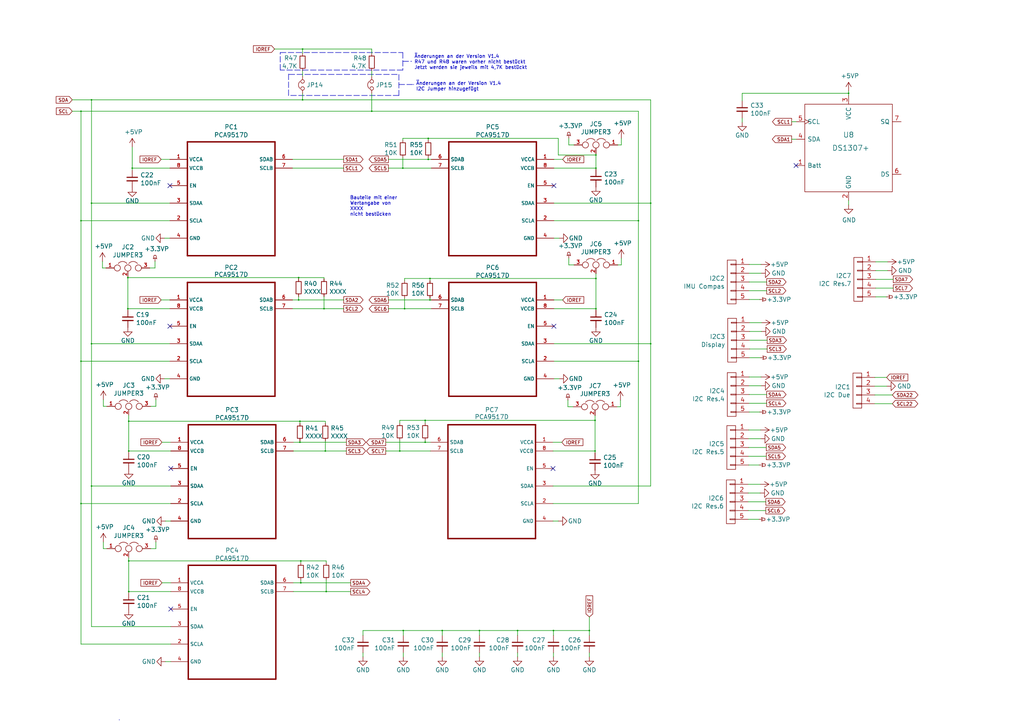
<source format=kicad_sch>
(kicad_sch (version 20201015) (generator eeschema)
  (paper "A4")
  (title_block (title "Ardumower shield SVN Version") (date "2021-01-07") (rev "1.4") (company "ML AG JL UZ") (comment 1 "Unterspannungsschutz von AlexanderG"))
  (junction (at 23.495 32.258) (diameter 0.3048))
  (junction (at 23.495 64.008) (diameter 0.3048))
  (junction (at 23.495 104.775) (diameter 0.3048))
  (junction (at 23.495 146.05) (diameter 0.3048))
  (junction (at 26.543 28.956) (diameter 0.3048))
  (junction (at 26.543 58.928) (diameter 0.3048))
  (junction (at 26.543 99.695) (diameter 0.3048))
  (junction (at 26.543 140.97) (diameter 0.3048))
  (junction (at 37.084 80.518) (diameter 0.3048))
  (junction (at 37.084 89.535) (diameter 0.3048))
  (junction (at 37.338 122.174) (diameter 0.3048))
  (junction (at 37.338 130.81) (diameter 0.3048))
  (junction (at 37.338 162.687) (diameter 0.3048))
  (junction (at 37.338 171.577) (diameter 0.3048))
  (junction (at 38.354 48.768) (diameter 0.3048))
  (junction (at 86.614 80.518) (diameter 0.3048))
  (junction (at 86.614 86.995) (diameter 0.3048))
  (junction (at 86.995 122.174) (diameter 0.3048))
  (junction (at 86.995 128.27) (diameter 0.3048))
  (junction (at 87.249 162.687) (diameter 0.3048))
  (junction (at 87.249 169.037) (diameter 0.3048))
  (junction (at 87.757 14.224) (diameter 0.3048))
  (junction (at 87.757 28.956) (diameter 0.3048))
  (junction (at 93.98 89.535) (diameter 0.3048))
  (junction (at 94.361 130.81) (diameter 0.3048))
  (junction (at 94.615 171.577) (diameter 0.3048))
  (junction (at 107.823 32.258) (diameter 0.3048))
  (junction (at 115.951 130.81) (diameter 0.3048))
  (junction (at 116.84 48.768) (diameter 0.3048))
  (junction (at 116.967 182.88) (diameter 0.3048))
  (junction (at 117.348 89.535) (diameter 0.3048))
  (junction (at 123.317 121.92) (diameter 0.3048))
  (junction (at 123.317 128.27) (diameter 0.3048))
  (junction (at 124.206 40.132) (diameter 0.3048))
  (junction (at 124.206 46.228) (diameter 0.3048))
  (junction (at 124.714 80.772) (diameter 0.3048))
  (junction (at 124.714 86.995) (diameter 0.3048))
  (junction (at 128.27 182.88) (diameter 0.3048))
  (junction (at 139.065 182.88) (diameter 0.3048))
  (junction (at 150.114 182.88) (diameter 0.3048))
  (junction (at 160.528 182.88) (diameter 0.3048))
  (junction (at 170.942 182.88) (diameter 0.3048))
  (junction (at 172.593 121.92) (diameter 0.3048))
  (junction (at 172.593 130.81) (diameter 0.3048))
  (junction (at 172.847 44.958) (diameter 0.3048))
  (junction (at 172.847 48.768) (diameter 0.3048))
  (junction (at 172.847 80.772) (diameter 0.3048))
  (junction (at 172.847 89.535) (diameter 0.3048))
  (junction (at 185.166 64.008) (diameter 0.3048))
  (junction (at 185.166 104.775) (diameter 0.3048))
  (junction (at 188.722 58.928) (diameter 0.3048))
  (junction (at 188.722 99.695) (diameter 0.3048))
  (junction (at 246.126 27.051) (diameter 0.3048))
  (no_connect (at 49.53 176.657))
  (no_connect (at 49.276 53.848))
  (no_connect (at 49.53 135.89))
  (no_connect (at 230.886 48.006))
  (no_connect (at 160.401 135.89))
  (no_connect (at 160.655 53.848))
  (no_connect (at 49.276 94.615))
  (no_connect (at 160.655 94.615))
  (wire (pts (xy 20.955 28.956) (xy 26.543 28.956)))
  (wire (pts (xy 20.955 32.258) (xy 23.495 32.258)))
  (wire (pts (xy 23.495 32.258) (xy 23.495 64.008)))
  (wire (pts (xy 23.495 32.258) (xy 107.823 32.258)))
  (wire (pts (xy 23.495 64.008) (xy 23.495 104.775)))
  (wire (pts (xy 23.495 64.008) (xy 49.276 64.008)))
  (wire (pts (xy 23.495 104.775) (xy 23.495 146.05)))
  (wire (pts (xy 23.495 104.775) (xy 49.276 104.775)))
  (wire (pts (xy 23.495 146.05) (xy 23.495 186.817)))
  (wire (pts (xy 23.495 146.05) (xy 49.53 146.05)))
  (wire (pts (xy 23.495 186.817) (xy 49.53 186.817)))
  (wire (pts (xy 26.543 28.956) (xy 26.543 58.928)))
  (wire (pts (xy 26.543 28.956) (xy 87.757 28.956)))
  (wire (pts (xy 26.543 58.928) (xy 26.543 99.695)))
  (wire (pts (xy 26.543 58.928) (xy 49.276 58.928)))
  (wire (pts (xy 26.543 99.695) (xy 26.543 140.97)))
  (wire (pts (xy 26.543 99.695) (xy 49.276 99.695)))
  (wire (pts (xy 26.543 140.97) (xy 26.543 181.737)))
  (wire (pts (xy 26.543 140.97) (xy 49.53 140.97)))
  (wire (pts (xy 26.543 181.737) (xy 49.53 181.737)))
  (wire (pts (xy 29.718 77.724) (xy 29.718 75.819)))
  (wire (pts (xy 29.972 117.856) (xy 29.972 115.951)))
  (wire (pts (xy 29.972 159.131) (xy 29.972 157.226)))
  (wire (pts (xy 30.734 77.724) (xy 29.718 77.724)))
  (wire (pts (xy 30.988 117.856) (xy 29.972 117.856)))
  (wire (pts (xy 30.988 159.131) (xy 29.972 159.131)))
  (wire (pts (xy 37.084 80.264) (xy 37.084 80.518)))
  (wire (pts (xy 37.084 80.518) (xy 37.084 89.535)))
  (wire (pts (xy 37.084 80.518) (xy 86.614 80.518)))
  (wire (pts (xy 37.084 89.535) (xy 37.084 89.916)))
  (wire (pts (xy 37.084 89.535) (xy 49.276 89.535)))
  (wire (pts (xy 37.338 120.396) (xy 37.338 122.174)))
  (wire (pts (xy 37.338 122.174) (xy 37.338 130.81)))
  (wire (pts (xy 37.338 122.174) (xy 86.995 122.174)))
  (wire (pts (xy 37.338 130.81) (xy 37.338 131.191)))
  (wire (pts (xy 37.338 161.671) (xy 37.338 162.687)))
  (wire (pts (xy 37.338 162.687) (xy 37.338 171.577)))
  (wire (pts (xy 37.338 162.687) (xy 87.249 162.687)))
  (wire (pts (xy 37.338 171.577) (xy 37.338 171.958)))
  (wire (pts (xy 38.354 42.672) (xy 38.354 48.768)))
  (wire (pts (xy 38.354 48.768) (xy 38.354 49.403)))
  (wire (pts (xy 38.354 48.768) (xy 49.276 48.768)))
  (wire (pts (xy 43.434 77.724) (xy 44.958 77.724)))
  (wire (pts (xy 43.688 117.856) (xy 45.212 117.856)))
  (wire (pts (xy 43.688 159.131) (xy 45.212 159.131)))
  (wire (pts (xy 44.958 77.724) (xy 44.958 75.819)))
  (wire (pts (xy 45.212 117.856) (xy 45.212 115.951)))
  (wire (pts (xy 45.212 159.131) (xy 45.212 157.226)))
  (wire (pts (xy 46.736 46.228) (xy 49.276 46.228)))
  (wire (pts (xy 46.736 86.995) (xy 49.276 86.995)))
  (wire (pts (xy 46.99 128.27) (xy 49.53 128.27)))
  (wire (pts (xy 46.99 169.037) (xy 49.53 169.037)))
  (wire (pts (xy 47.752 69.088) (xy 49.276 69.088)))
  (wire (pts (xy 47.752 109.855) (xy 49.276 109.855)))
  (wire (pts (xy 48.006 151.13) (xy 49.53 151.13)))
  (wire (pts (xy 48.006 191.897) (xy 49.53 191.897)))
  (wire (pts (xy 49.53 130.81) (xy 37.338 130.81)))
  (wire (pts (xy 49.53 171.577) (xy 37.338 171.577)))
  (wire (pts (xy 79.629 14.224) (xy 87.757 14.224)))
  (wire (pts (xy 84.836 46.228) (xy 99.695 46.228)))
  (wire (pts (xy 84.836 48.768) (xy 99.695 48.768)))
  (wire (pts (xy 84.836 86.995) (xy 86.614 86.995)))
  (wire (pts (xy 84.836 89.535) (xy 93.98 89.535)))
  (wire (pts (xy 85.09 128.27) (xy 86.995 128.27)))
  (wire (pts (xy 85.09 130.81) (xy 94.361 130.81)))
  (wire (pts (xy 85.09 169.037) (xy 87.249 169.037)))
  (wire (pts (xy 85.09 171.577) (xy 94.615 171.577)))
  (wire (pts (xy 86.614 80.518) (xy 86.614 80.899)))
  (wire (pts (xy 86.614 80.518) (xy 93.98 80.518)))
  (wire (pts (xy 86.614 85.979) (xy 86.614 86.995)))
  (wire (pts (xy 86.614 86.995) (xy 99.695 86.995)))
  (wire (pts (xy 86.995 122.174) (xy 86.995 122.809)))
  (wire (pts (xy 86.995 122.174) (xy 94.361 122.174)))
  (wire (pts (xy 86.995 127.889) (xy 86.995 128.27)))
  (wire (pts (xy 86.995 128.27) (xy 100.457 128.27)))
  (wire (pts (xy 87.249 162.687) (xy 87.249 163.195)))
  (wire (pts (xy 87.249 162.687) (xy 94.615 162.687)))
  (wire (pts (xy 87.249 168.275) (xy 87.249 169.037)))
  (wire (pts (xy 87.249 169.037) (xy 101.727 169.037)))
  (wire (pts (xy 87.757 14.224) (xy 107.823 14.224)))
  (wire (pts (xy 87.757 15.494) (xy 87.757 14.224)))
  (wire (pts (xy 87.757 20.574) (xy 87.757 22.098)))
  (wire (pts (xy 87.757 27.178) (xy 87.757 28.956)))
  (wire (pts (xy 87.757 28.956) (xy 188.722 28.956)))
  (wire (pts (xy 93.98 80.518) (xy 93.98 80.899)))
  (wire (pts (xy 93.98 85.979) (xy 93.98 89.535)))
  (wire (pts (xy 93.98 89.535) (xy 99.695 89.535)))
  (wire (pts (xy 94.361 122.174) (xy 94.361 122.809)))
  (wire (pts (xy 94.361 127.889) (xy 94.361 130.81)))
  (wire (pts (xy 94.361 130.81) (xy 100.457 130.81)))
  (wire (pts (xy 94.615 162.687) (xy 94.615 163.195)))
  (wire (pts (xy 94.615 168.275) (xy 94.615 171.577)))
  (wire (pts (xy 94.615 171.577) (xy 101.727 171.577)))
  (wire (pts (xy 105.283 182.88) (xy 105.283 184.277)))
  (wire (pts (xy 105.283 182.88) (xy 116.967 182.88)))
  (wire (pts (xy 105.283 190.5) (xy 105.283 189.357)))
  (wire (pts (xy 107.823 14.224) (xy 107.823 15.494)))
  (wire (pts (xy 107.823 22.098) (xy 107.823 20.574)))
  (wire (pts (xy 107.823 32.258) (xy 107.823 27.178)))
  (wire (pts (xy 107.823 32.258) (xy 185.166 32.258)))
  (wire (pts (xy 111.887 128.27) (xy 123.317 128.27)))
  (wire (pts (xy 111.887 130.81) (xy 115.951 130.81)))
  (wire (pts (xy 112.649 46.228) (xy 124.206 46.228)))
  (wire (pts (xy 112.649 48.768) (xy 116.84 48.768)))
  (wire (pts (xy 112.649 86.995) (xy 124.714 86.995)))
  (wire (pts (xy 112.649 89.535) (xy 117.348 89.535)))
  (wire (pts (xy 115.951 121.92) (xy 123.317 121.92)))
  (wire (pts (xy 115.951 122.682) (xy 115.951 121.92)))
  (wire (pts (xy 115.951 127.762) (xy 115.951 130.81)))
  (wire (pts (xy 115.951 130.81) (xy 124.841 130.81)))
  (wire (pts (xy 116.84 40.132) (xy 124.206 40.132)))
  (wire (pts (xy 116.84 40.64) (xy 116.84 40.132)))
  (wire (pts (xy 116.84 45.72) (xy 116.84 48.768)))
  (wire (pts (xy 116.84 48.768) (xy 125.095 48.768)))
  (wire (pts (xy 116.967 182.88) (xy 116.967 184.277)))
  (wire (pts (xy 116.967 182.88) (xy 128.27 182.88)))
  (wire (pts (xy 116.967 190.5) (xy 116.967 189.357)))
  (wire (pts (xy 117.348 80.772) (xy 124.714 80.772)))
  (wire (pts (xy 117.348 81.407) (xy 117.348 80.772)))
  (wire (pts (xy 117.348 86.487) (xy 117.348 89.535)))
  (wire (pts (xy 117.348 89.535) (xy 125.095 89.535)))
  (wire (pts (xy 123.317 121.92) (xy 123.317 122.682)))
  (wire (pts (xy 123.317 121.92) (xy 172.593 121.92)))
  (wire (pts (xy 123.317 127.762) (xy 123.317 128.27)))
  (wire (pts (xy 123.317 128.27) (xy 124.841 128.27)))
  (wire (pts (xy 124.206 40.132) (xy 124.206 40.64)))
  (wire (pts (xy 124.206 40.132) (xy 161.925 40.132)))
  (wire (pts (xy 124.206 45.72) (xy 124.206 46.228)))
  (wire (pts (xy 124.206 46.228) (xy 125.095 46.228)))
  (wire (pts (xy 124.714 80.772) (xy 124.714 81.407)))
  (wire (pts (xy 124.714 80.772) (xy 172.847 80.772)))
  (wire (pts (xy 124.714 86.487) (xy 124.714 86.995)))
  (wire (pts (xy 124.714 86.995) (xy 125.095 86.995)))
  (wire (pts (xy 128.27 182.88) (xy 128.27 184.277)))
  (wire (pts (xy 128.27 182.88) (xy 139.065 182.88)))
  (wire (pts (xy 128.27 190.5) (xy 128.27 189.357)))
  (wire (pts (xy 139.065 182.88) (xy 139.065 184.277)))
  (wire (pts (xy 139.065 182.88) (xy 150.114 182.88)))
  (wire (pts (xy 139.065 190.5) (xy 139.065 189.357)))
  (wire (pts (xy 150.114 182.88) (xy 150.114 184.277)))
  (wire (pts (xy 150.114 182.88) (xy 160.528 182.88)))
  (wire (pts (xy 150.114 190.5) (xy 150.114 189.357)))
  (wire (pts (xy 160.401 128.27) (xy 162.941 128.27)))
  (wire (pts (xy 160.401 130.81) (xy 172.593 130.81)))
  (wire (pts (xy 160.528 182.88) (xy 160.528 184.277)))
  (wire (pts (xy 160.528 182.88) (xy 170.942 182.88)))
  (wire (pts (xy 160.528 190.5) (xy 160.528 189.357)))
  (wire (pts (xy 160.655 46.228) (xy 163.195 46.228)))
  (wire (pts (xy 160.655 48.768) (xy 172.847 48.768)))
  (wire (pts (xy 160.655 58.928) (xy 188.722 58.928)))
  (wire (pts (xy 160.655 64.008) (xy 185.166 64.008)))
  (wire (pts (xy 160.655 86.995) (xy 163.195 86.995)))
  (wire (pts (xy 160.655 89.535) (xy 172.847 89.535)))
  (wire (pts (xy 161.925 40.132) (xy 161.925 44.958)))
  (wire (pts (xy 161.925 44.958) (xy 172.847 44.958)))
  (wire (pts (xy 161.925 151.13) (xy 160.401 151.13)))
  (wire (pts (xy 162.179 69.088) (xy 160.655 69.088)))
  (wire (pts (xy 162.179 109.855) (xy 160.655 109.855)))
  (wire (pts (xy 164.719 117.983) (xy 164.719 116.078)))
  (wire (pts (xy 164.973 42.037) (xy 164.973 40.132)))
  (wire (pts (xy 164.973 76.835) (xy 164.973 74.93)))
  (wire (pts (xy 166.243 117.983) (xy 164.719 117.983)))
  (wire (pts (xy 166.497 42.037) (xy 164.973 42.037)))
  (wire (pts (xy 166.497 76.835) (xy 164.973 76.835)))
  (wire (pts (xy 170.942 178.943) (xy 170.942 182.88)))
  (wire (pts (xy 170.942 182.88) (xy 170.942 184.277)))
  (wire (pts (xy 170.942 190.5) (xy 170.942 189.357)))
  (wire (pts (xy 172.593 120.523) (xy 172.593 121.92)))
  (wire (pts (xy 172.593 121.92) (xy 172.593 130.81)))
  (wire (pts (xy 172.593 130.81) (xy 172.593 131.318)))
  (wire (pts (xy 172.847 44.577) (xy 172.847 44.958)))
  (wire (pts (xy 172.847 44.958) (xy 172.847 48.768)))
  (wire (pts (xy 172.847 48.768) (xy 172.847 49.149)))
  (wire (pts (xy 172.847 79.375) (xy 172.847 80.772)))
  (wire (pts (xy 172.847 80.772) (xy 172.847 89.535)))
  (wire (pts (xy 172.847 89.535) (xy 172.847 89.916)))
  (wire (pts (xy 178.943 117.983) (xy 179.959 117.983)))
  (wire (pts (xy 179.197 42.037) (xy 180.213 42.037)))
  (wire (pts (xy 179.197 76.835) (xy 180.213 76.835)))
  (wire (pts (xy 179.959 117.983) (xy 179.959 116.078)))
  (wire (pts (xy 180.213 42.037) (xy 180.213 40.132)))
  (wire (pts (xy 180.213 76.835) (xy 180.213 74.93)))
  (wire (pts (xy 185.166 32.258) (xy 185.166 64.008)))
  (wire (pts (xy 185.166 64.008) (xy 185.166 104.775)))
  (wire (pts (xy 185.166 104.775) (xy 160.655 104.775)))
  (wire (pts (xy 185.166 104.775) (xy 185.166 146.05)))
  (wire (pts (xy 185.166 146.05) (xy 160.401 146.05)))
  (wire (pts (xy 188.722 28.956) (xy 188.722 58.928)))
  (wire (pts (xy 188.722 58.928) (xy 188.722 99.695)))
  (wire (pts (xy 188.722 99.695) (xy 160.655 99.695)))
  (wire (pts (xy 188.722 99.695) (xy 188.722 140.97)))
  (wire (pts (xy 188.722 140.97) (xy 160.401 140.97)))
  (wire (pts (xy 215.265 27.051) (xy 246.126 27.051)))
  (wire (pts (xy 215.265 29.21) (xy 215.265 27.051)))
  (wire (pts (xy 215.265 35.433) (xy 215.265 34.29)))
  (wire (pts (xy 217.043 140.462) (xy 220.472 140.462)))
  (wire (pts (xy 217.043 143.002) (xy 220.472 143.002)))
  (wire (pts (xy 217.043 145.542) (xy 222.123 145.542)))
  (wire (pts (xy 217.043 148.082) (xy 222.123 148.082)))
  (wire (pts (xy 217.17 124.714) (xy 220.599 124.714)))
  (wire (pts (xy 217.17 127.254) (xy 220.599 127.254)))
  (wire (pts (xy 217.17 129.794) (xy 222.25 129.794)))
  (wire (pts (xy 217.17 132.334) (xy 222.25 132.334)))
  (wire (pts (xy 217.297 76.708) (xy 220.726 76.708)))
  (wire (pts (xy 217.297 79.248) (xy 220.726 79.248)))
  (wire (pts (xy 217.297 81.788) (xy 222.377 81.788)))
  (wire (pts (xy 217.297 84.328) (xy 222.377 84.328)))
  (wire (pts (xy 217.297 109.347) (xy 220.726 109.347)))
  (wire (pts (xy 217.297 111.887) (xy 220.726 111.887)))
  (wire (pts (xy 217.297 114.427) (xy 222.377 114.427)))
  (wire (pts (xy 217.297 116.967) (xy 222.377 116.967)))
  (wire (pts (xy 217.424 93.599) (xy 220.853 93.599)))
  (wire (pts (xy 217.424 96.139) (xy 220.853 96.139)))
  (wire (pts (xy 217.424 98.679) (xy 222.504 98.679)))
  (wire (pts (xy 217.424 101.219) (xy 222.504 101.219)))
  (wire (pts (xy 220.091 150.622) (xy 217.043 150.622)))
  (wire (pts (xy 220.218 134.874) (xy 217.17 134.874)))
  (wire (pts (xy 220.345 86.868) (xy 217.297 86.868)))
  (wire (pts (xy 220.345 119.507) (xy 217.297 119.507)))
  (wire (pts (xy 220.472 103.759) (xy 217.424 103.759)))
  (wire (pts (xy 230.886 35.306) (xy 229.616 35.306)))
  (wire (pts (xy 230.886 40.386) (xy 229.616 40.386)))
  (wire (pts (xy 246.126 26.416) (xy 246.126 27.051)))
  (wire (pts (xy 246.126 27.051) (xy 246.126 27.686)))
  (wire (pts (xy 246.126 59.436) (xy 246.126 58.166)))
  (wire (pts (xy 253.746 109.474) (xy 257.175 109.474)))
  (wire (pts (xy 253.746 112.014) (xy 257.175 112.014)))
  (wire (pts (xy 253.746 114.554) (xy 258.826 114.554)))
  (wire (pts (xy 253.746 117.094) (xy 258.826 117.094)))
  (wire (pts (xy 254 75.946) (xy 257.429 75.946)))
  (wire (pts (xy 254 78.486) (xy 257.429 78.486)))
  (wire (pts (xy 254 81.026) (xy 259.08 81.026)))
  (wire (pts (xy 254 83.566) (xy 259.08 83.566)))
  (wire (pts (xy 257.048 86.106) (xy 254 86.106)))
  (polyline (pts (xy 34.544 208.788) (xy 34.671 208.788)) (stroke (width 0) (type dash)))
  (polyline (pts (xy 81.28 15.24) (xy 116.84 15.24)) (stroke (width 0) (type dash)))
  (polyline (pts (xy 81.28 20.32) (xy 81.28 15.24)) (stroke (width 0) (type dash)))
  (polyline (pts (xy 83.693 21.463) (xy 83.693 27.686)) (stroke (width 0) (type dash)))
  (polyline (pts (xy 83.82 21.59) (xy 115.697 21.59)) (stroke (width 0) (type dash)))
  (polyline (pts (xy 115.697 21.59) (xy 115.697 27.686)) (stroke (width 0) (type dash)))
  (polyline (pts (xy 115.697 24.511) (xy 119.888 24.511)) (stroke (width 0) (type dash)))
  (polyline (pts (xy 115.697 27.686) (xy 83.693 27.686)) (stroke (width 0) (type dash)))
  (polyline (pts (xy 116.84 15.24) (xy 116.84 20.32)) (stroke (width 0) (type dash)))
  (polyline (pts (xy 116.84 17.78) (xy 119.38 17.78)) (stroke (width 0) (type dash)))
  (polyline (pts (xy 116.84 20.32) (xy 81.28 20.32)) (stroke (width 0) (type dash)))
  (polyline (pts (xy 119.888 24.511) (xy 120.015 24.511)) (stroke (width 0) (type dash)))
  (image (at 726.567 76.327))
  (text "@Bernd\nWeiterer Punkt, die I2C Pullups, Mit 10k sind die recht hoch. \nWir müssen ja keine Energie sparen, ich würde da auf max 4,7k runter gehen, \nbeim M4 ist ja auf der Bauanleitung sogar nur 2,2 oder 2,7 k Ohm angegeben." (at 72.644 -5.842 0) (effects (font (size 1 1)) (justify left bottom)))
  (text "Bauteile mit einer \nWertangabe von \nXXXX\nnicht bestücken" (at 101.473 62.865 0) (effects (font (size 0.9906 0.9906)) (justify left bottom)))
  (text "Änderungen an der Version V1.4\nR47 und R48 waren vorher nicht bestückt\nJetzt werden sie jeweils mit 4,7K bestückt" (at 120.142 20.32 0) (effects (font (size 1 1)) (justify left bottom)))
  (text "Änderungen an der Version V1.4\nI2C Jumper hinzugefügt" (at 120.65 26.543 0) (effects (font (size 1 1)) (justify left bottom)))
  (text "beim i2c PC1 den jumper 5v/3,3V weglassen \nda ist ja die Uhr dran die hat immer 5v. \ndie 10k widerstände an dieser stelle auf jeden fall weg die Uhr hat die selber." (at 322.072 110.871 0) (effects (font (size 2.0066 2.0066)) (justify left bottom)))
  (global_label "SDA" (shape input) (at 20.955 28.956 180) (property "Intersheet References" "${INTERSHEET_REFS}" (effects hide)) (effects (font (size 0.9906 0.9906))))
  (global_label "SCL" (shape input) (at 20.955 32.258 180) (property "Intersheet References" "${INTERSHEET_REFS}" (effects hide)) (effects (font (size 0.9906 0.9906))))
  (global_label "IOREF" (shape input) (at 46.736 46.228 180) (property "Intersheet References" "${INTERSHEET_REFS}" (effects hide)) (effects (font (size 0.9906 0.9906))))
  (global_label "IOREF" (shape input) (at 46.736 86.995 180) (property "Intersheet References" "${INTERSHEET_REFS}" (effects hide)) (effects (font (size 0.9906 0.9906))))
  (global_label "IOREF" (shape input) (at 46.99 128.27 180) (property "Intersheet References" "${INTERSHEET_REFS}" (effects hide)) (effects (font (size 0.9906 0.9906))))
  (global_label "IOREF" (shape input) (at 46.99 169.037 180) (property "Intersheet References" "${INTERSHEET_REFS}" (effects hide)) (effects (font (size 0.9906 0.9906))))
  (global_label "IOREF" (shape input) (at 79.629 14.224 180) (property "Intersheet References" "${INTERSHEET_REFS}" (effects hide)) (effects (font (size 0.9906 0.9906))))
  (global_label "SDA1" (shape output) (at 99.695 46.228 0) (property "Intersheet References" "${INTERSHEET_REFS}" (effects hide)) (effects (font (size 0.9906 0.9906))))
  (global_label "SCL1" (shape output) (at 99.695 48.768 0) (property "Intersheet References" "${INTERSHEET_REFS}" (effects hide)) (effects (font (size 0.9906 0.9906))))
  (global_label "SDA2" (shape output) (at 99.695 86.995 0) (property "Intersheet References" "${INTERSHEET_REFS}" (effects hide)) (effects (font (size 0.9906 0.9906))))
  (global_label "SCL2" (shape output) (at 99.695 89.535 0) (property "Intersheet References" "${INTERSHEET_REFS}" (effects hide)) (effects (font (size 0.9906 0.9906))))
  (global_label "SDA3" (shape output) (at 100.457 128.27 0) (property "Intersheet References" "${INTERSHEET_REFS}" (effects hide)) (effects (font (size 0.9906 0.9906))))
  (global_label "SCL3" (shape output) (at 100.457 130.81 0) (property "Intersheet References" "${INTERSHEET_REFS}" (effects hide)) (effects (font (size 0.9906 0.9906))))
  (global_label "SDA4" (shape output) (at 101.727 169.037 0) (property "Intersheet References" "${INTERSHEET_REFS}" (effects hide)) (effects (font (size 0.9906 0.9906))))
  (global_label "SCL4" (shape output) (at 101.727 171.577 0) (property "Intersheet References" "${INTERSHEET_REFS}" (effects hide)) (effects (font (size 0.9906 0.9906))))
  (global_label "SDA7" (shape output) (at 111.887 128.27 180) (property "Intersheet References" "${INTERSHEET_REFS}" (effects hide)) (effects (font (size 0.9906 0.9906))))
  (global_label "SCL7" (shape output) (at 111.887 130.81 180) (property "Intersheet References" "${INTERSHEET_REFS}" (effects hide)) (effects (font (size 0.9906 0.9906))))
  (global_label "SDA5" (shape output) (at 112.649 46.228 180) (property "Intersheet References" "${INTERSHEET_REFS}" (effects hide)) (effects (font (size 0.9906 0.9906))))
  (global_label "SCL5" (shape output) (at 112.649 48.768 180) (property "Intersheet References" "${INTERSHEET_REFS}" (effects hide)) (effects (font (size 0.9906 0.9906))))
  (global_label "SDA6" (shape output) (at 112.649 86.995 180) (property "Intersheet References" "${INTERSHEET_REFS}" (effects hide)) (effects (font (size 0.9906 0.9906))))
  (global_label "SCL6" (shape output) (at 112.649 89.535 180) (property "Intersheet References" "${INTERSHEET_REFS}" (effects hide)) (effects (font (size 0.9906 0.9906))))
  (global_label "IOREF" (shape input) (at 162.941 128.27 0) (property "Intersheet References" "${INTERSHEET_REFS}" (effects hide)) (effects (font (size 0.9906 0.9906))))
  (global_label "IOREF" (shape input) (at 163.195 46.228 0) (property "Intersheet References" "${INTERSHEET_REFS}" (effects hide)) (effects (font (size 0.9906 0.9906))))
  (global_label "IOREF" (shape input) (at 163.195 86.995 0) (property "Intersheet References" "${INTERSHEET_REFS}" (effects hide)) (effects (font (size 0.9906 0.9906))))
  (global_label "IOREF" (shape input) (at 170.942 178.943 90) (property "Intersheet References" "${INTERSHEET_REFS}" (effects hide)) (effects (font (size 0.9906 0.9906))))
  (global_label "SDA6" (shape output) (at 222.123 145.542 0) (property "Intersheet References" "${INTERSHEET_REFS}" (effects hide)) (effects (font (size 0.9906 0.9906))))
  (global_label "SCL6" (shape output) (at 222.123 148.082 0) (property "Intersheet References" "${INTERSHEET_REFS}" (effects hide)) (effects (font (size 0.9906 0.9906))))
  (global_label "SDA5" (shape output) (at 222.25 129.794 0) (property "Intersheet References" "${INTERSHEET_REFS}" (effects hide)) (effects (font (size 0.9906 0.9906))))
  (global_label "SCL5" (shape output) (at 222.25 132.334 0) (property "Intersheet References" "${INTERSHEET_REFS}" (effects hide)) (effects (font (size 0.9906 0.9906))))
  (global_label "SDA2" (shape output) (at 222.377 81.788 0) (property "Intersheet References" "${INTERSHEET_REFS}" (effects hide)) (effects (font (size 0.9906 0.9906))))
  (global_label "SCL2" (shape output) (at 222.377 84.328 0) (property "Intersheet References" "${INTERSHEET_REFS}" (effects hide)) (effects (font (size 0.9906 0.9906))))
  (global_label "SDA4" (shape output) (at 222.377 114.427 0) (property "Intersheet References" "${INTERSHEET_REFS}" (effects hide)) (effects (font (size 0.9906 0.9906))))
  (global_label "SCL4" (shape output) (at 222.377 116.967 0) (property "Intersheet References" "${INTERSHEET_REFS}" (effects hide)) (effects (font (size 0.9906 0.9906))))
  (global_label "SDA3" (shape output) (at 222.504 98.679 0) (property "Intersheet References" "${INTERSHEET_REFS}" (effects hide)) (effects (font (size 0.9906 0.9906))))
  (global_label "SCL3" (shape output) (at 222.504 101.219 0) (property "Intersheet References" "${INTERSHEET_REFS}" (effects hide)) (effects (font (size 0.9906 0.9906))))
  (global_label "SCL1" (shape output) (at 229.616 35.306 180) (property "Intersheet References" "${INTERSHEET_REFS}" (effects hide)) (effects (font (size 0.9906 0.9906))))
  (global_label "SDA1" (shape output) (at 229.616 40.386 180) (property "Intersheet References" "${INTERSHEET_REFS}" (effects hide)) (effects (font (size 0.9906 0.9906))))
  (global_label "IOREF" (shape input) (at 257.175 109.474 0) (property "Intersheet References" "${INTERSHEET_REFS}" (effects hide)) (effects (font (size 0.9906 0.9906))))
  (global_label "SDA22" (shape bidirectional) (at 258.826 114.554 0) (property "Intersheet References" "${INTERSHEET_REFS}" (effects hide)) (effects (font (size 0.9906 0.9906))))
  (global_label "SCL22" (shape bidirectional) (at 258.826 117.094 0) (property "Intersheet References" "${INTERSHEET_REFS}" (effects hide)) (effects (font (size 0.9906 0.9906))))
  (global_label "SDA7" (shape output) (at 259.08 81.026 0) (property "Intersheet References" "${INTERSHEET_REFS}" (effects hide)) (effects (font (size 0.9906 0.9906))))
  (global_label "SCL7" (shape output) (at 259.08 83.566 0) (property "Intersheet References" "${INTERSHEET_REFS}" (effects hide)) (effects (font (size 0.9906 0.9906))))
  (symbol (lib_id "ardumower-mega-shield-svn-rescue:+3.3VP-RESCUE-ardumower_mega_shield_svn") (at 44.958 75.819 0) (unit 1)
    (property "Reference" "#PWR0255" (effects hide))
    (property "Value" "+3.3VP" (at 45.466 72.1868 0))
  )
  (symbol (lib_id "ardumower-mega-shield-svn-rescue:+3.3VP-RESCUE-ardumower_mega_shield_svn") (at 45.212 115.951 0) (unit 1)
    (property "Reference" "#PWR0253" (effects hide))
    (property "Value" "+3.3VP" (at 45.72 112.3188 0))
  )
  (symbol (lib_id "ardumower-mega-shield-svn-rescue:+3.3VP-RESCUE-ardumower_mega_shield_svn") (at 45.212 157.226 0) (unit 1)
    (property "Reference" "#PWR0251" (effects hide))
    (property "Value" "+3.3VP" (at 45.72 153.5938 0))
  )
  (symbol (lib_id "ardumower-mega-shield-svn-rescue:+3.3VP-RESCUE-ardumower_mega_shield_svn") (at 164.719 116.078 0) (unit 1)
    (property "Reference" "#PWR0248" (effects hide))
    (property "Value" "+3.3VP" (at 165.227 112.4458 0))
  )
  (symbol (lib_id "ardumower-mega-shield-svn-rescue:+3.3VP-RESCUE-ardumower_mega_shield_svn") (at 164.973 40.132 0) (unit 1)
    (property "Reference" "#PWR0245" (effects hide))
    (property "Value" "+3.3VP" (at 165.481 36.4998 0))
  )
  (symbol (lib_id "ardumower-mega-shield-svn-rescue:+3.3VP-RESCUE-ardumower_mega_shield_svn") (at 164.973 74.93 0) (unit 1)
    (property "Reference" "#PWR0246" (effects hide))
    (property "Value" "+3.3VP" (at 165.481 71.2978 0))
  )
  (symbol (lib_id "ardumower-mega-shield-svn-rescue:+3.3VP-RESCUE-ardumower_mega_shield_svn") (at 220.091 150.622 270) (mirror x) (unit 1)
    (property "Reference" "#PWR0242" (effects hide))
    (property "Value" "+3.3VP" (at 225.679 150.622 90))
  )
  (symbol (lib_id "ardumower-mega-shield-svn-rescue:+3.3VP-RESCUE-ardumower_mega_shield_svn") (at 220.218 134.874 270) (mirror x) (unit 1)
    (property "Reference" "#PWR0240" (effects hide))
    (property "Value" "+3.3VP" (at 225.806 134.874 90))
  )
  (symbol (lib_id "ardumower-mega-shield-svn-rescue:+3.3VP-RESCUE-ardumower_mega_shield_svn") (at 220.345 86.868 270) (mirror x) (unit 1)
    (property "Reference" "#PWR0234" (effects hide))
    (property "Value" "+3.3VP" (at 225.933 86.868 90))
  )
  (symbol (lib_id "ardumower-mega-shield-svn-rescue:+3.3VP-RESCUE-ardumower_mega_shield_svn") (at 220.345 119.507 270) (mirror x) (unit 1)
    (property "Reference" "#PWR0238" (effects hide))
    (property "Value" "+3.3VP" (at 225.933 119.507 90))
  )
  (symbol (lib_id "ardumower-mega-shield-svn-rescue:+3.3VP-RESCUE-ardumower_mega_shield_svn") (at 220.472 103.759 270) (mirror x) (unit 1)
    (property "Reference" "#PWR0236" (effects hide))
    (property "Value" "+3.3VP" (at 226.06 103.759 90))
  )
  (symbol (lib_id "ardumower-mega-shield-svn-rescue:+3.3VP-RESCUE-ardumower_mega_shield_svn") (at 257.048 86.106 270) (mirror x) (unit 1)
    (property "Reference" "#PWR0232" (effects hide))
    (property "Value" "+3.3VP" (at 262.636 86.106 90))
  )
  (symbol (lib_id "ardumower-mega-shield-svn-rescue:+5VP-RESCUE-ardumower_mega_shield_svn") (at 29.718 75.819 0) (unit 1)
    (property "Reference" "#PWR0254" (effects hide))
    (property "Value" "+5VP" (at 30.099 71.4248 0))
  )
  (symbol (lib_id "ardumower-mega-shield-svn-rescue:+5VP-RESCUE-ardumower_mega_shield_svn") (at 29.972 115.951 0) (unit 1)
    (property "Reference" "#PWR0252" (effects hide))
    (property "Value" "+5VP" (at 30.353 111.5568 0))
  )
  (symbol (lib_id "ardumower-mega-shield-svn-rescue:+5VP-RESCUE-ardumower_mega_shield_svn") (at 29.972 157.226 0) (unit 1)
    (property "Reference" "#PWR0250" (effects hide))
    (property "Value" "+5VP" (at 30.353 152.8318 0))
  )
  (symbol (lib_id "ardumower-mega-shield-svn-rescue:+5VP-RESCUE-ardumower_mega_shield_svn") (at 38.354 42.672 0) (unit 1)
    (property "Reference" "#PWR0256" (effects hide))
    (property "Value" "+5VP" (at 38.735 38.2778 0))
  )
  (symbol (lib_id "ardumower-mega-shield-svn-rescue:+5VP-RESCUE-ardumower_mega_shield_svn") (at 179.959 116.078 0) (unit 1)
    (property "Reference" "#PWR0249" (effects hide))
    (property "Value" "+5VP" (at 180.34 111.6838 0))
  )
  (symbol (lib_id "ardumower-mega-shield-svn-rescue:+5VP-RESCUE-ardumower_mega_shield_svn") (at 180.213 40.132 0) (unit 1)
    (property "Reference" "#PWR0244" (effects hide))
    (property "Value" "+5VP" (at 180.594 35.7378 0))
  )
  (symbol (lib_id "ardumower-mega-shield-svn-rescue:+5VP-RESCUE-ardumower_mega_shield_svn") (at 180.213 74.93 0) (unit 1)
    (property "Reference" "#PWR0247" (effects hide))
    (property "Value" "+5VP" (at 180.594 70.5358 0))
  )
  (symbol (lib_id "ardumower-mega-shield-svn-rescue:+5VP-RESCUE-ardumower_mega_shield_svn") (at 220.472 140.462 270) (mirror x) (unit 1)
    (property "Reference" "#PWR0241" (effects hide))
    (property "Value" "+5VP" (at 225.806 140.462 90))
  )
  (symbol (lib_id "ardumower-mega-shield-svn-rescue:+5VP-RESCUE-ardumower_mega_shield_svn") (at 220.599 124.714 270) (mirror x) (unit 1)
    (property "Reference" "#PWR0239" (effects hide))
    (property "Value" "+5VP" (at 225.933 124.714 90))
  )
  (symbol (lib_id "ardumower-mega-shield-svn-rescue:+5VP-RESCUE-ardumower_mega_shield_svn") (at 220.726 76.708 270) (mirror x) (unit 1)
    (property "Reference" "#PWR0233" (effects hide))
    (property "Value" "+5VP" (at 226.06 76.708 90))
  )
  (symbol (lib_id "ardumower-mega-shield-svn-rescue:+5VP-RESCUE-ardumower_mega_shield_svn") (at 220.726 109.347 270) (mirror x) (unit 1)
    (property "Reference" "#PWR0237" (effects hide))
    (property "Value" "+5VP" (at 226.06 109.347 90))
  )
  (symbol (lib_id "ardumower-mega-shield-svn-rescue:+5VP-RESCUE-ardumower_mega_shield_svn") (at 220.853 93.599 270) (mirror x) (unit 1)
    (property "Reference" "#PWR0235" (effects hide))
    (property "Value" "+5VP" (at 226.187 93.599 90))
  )
  (symbol (lib_id "ardumower-mega-shield-svn-rescue:+5VP-RESCUE-ardumower_mega_shield_svn") (at 246.126 26.416 0) (unit 1)
    (property "Reference" "#PWR0243" (effects hide))
    (property "Value" "+5VP" (at 246.507 22.0218 0))
  )
  (symbol (lib_id "ardumower-mega-shield-svn-rescue:+5VP-RESCUE-ardumower_mega_shield_svn") (at 257.429 75.946 270) (mirror x) (unit 1)
    (property "Reference" "#PWR0231" (effects hide))
    (property "Value" "+5VP" (at 262.763 75.946 90))
  )
  (symbol (lib_id "ardumower-mega-shield-svn-rescue:GND-RESCUE-ardumower_mega_shield_svn") (at 37.084 94.996 0) (mirror y) (unit 1)
    (property "Reference" "#PWR0257" (effects hide))
    (property "Value" "GND" (at 37.084 98.806 0))
  )
  (symbol (lib_id "ardumower-mega-shield-svn-rescue:GND-RESCUE-ardumower_mega_shield_svn") (at 37.338 136.271 0) (mirror y) (unit 1)
    (property "Reference" "#PWR0272" (effects hide))
    (property "Value" "GND" (at 37.338 140.081 0))
  )
  (symbol (lib_id "ardumower-mega-shield-svn-rescue:GND-RESCUE-ardumower_mega_shield_svn") (at 37.338 177.038 0) (mirror y) (unit 1)
    (property "Reference" "#PWR0259" (effects hide))
    (property "Value" "GND" (at 37.338 180.848 0))
  )
  (symbol (lib_id "ardumower-mega-shield-svn-rescue:GND-RESCUE-ardumower_mega_shield_svn") (at 38.354 54.483 0) (mirror y) (unit 1)
    (property "Reference" "#PWR0269" (effects hide))
    (property "Value" "GND" (at 38.354 58.293 0))
  )
  (symbol (lib_id "ardumower-mega-shield-svn-rescue:GND-RESCUE-ardumower_mega_shield_svn") (at 47.752 69.088 270) (mirror x) (unit 1)
    (property "Reference" "#PWR0218" (effects hide))
    (property "Value" "GND" (at 42.926 69.088 90))
  )
  (symbol (lib_id "ardumower-mega-shield-svn-rescue:GND-RESCUE-ardumower_mega_shield_svn") (at 47.752 109.855 270) (mirror x) (unit 1)
    (property "Reference" "#PWR0219" (effects hide))
    (property "Value" "GND" (at 42.926 109.855 90))
  )
  (symbol (lib_id "ardumower-mega-shield-svn-rescue:GND-RESCUE-ardumower_mega_shield_svn") (at 48.006 151.13 270) (mirror x) (unit 1)
    (property "Reference" "#PWR0220" (effects hide))
    (property "Value" "GND" (at 43.18 151.13 90))
  )
  (symbol (lib_id "ardumower-mega-shield-svn-rescue:GND-RESCUE-ardumower_mega_shield_svn") (at 48.006 191.897 270) (mirror x) (unit 1)
    (property "Reference" "#PWR0221" (effects hide))
    (property "Value" "GND" (at 43.18 191.897 90))
  )
  (symbol (lib_id "ardumower-mega-shield-svn-rescue:GND-RESCUE-ardumower_mega_shield_svn") (at 105.283 190.5 0) (unit 1)
    (property "Reference" "#PWR0268" (effects hide))
    (property "Value" "GND" (at 105.283 194.31 0))
  )
  (symbol (lib_id "ardumower-mega-shield-svn-rescue:GND-RESCUE-ardumower_mega_shield_svn") (at 116.967 190.5 0) (unit 1)
    (property "Reference" "#PWR0267" (effects hide))
    (property "Value" "GND" (at 116.967 194.31 0))
  )
  (symbol (lib_id "ardumower-mega-shield-svn-rescue:GND-RESCUE-ardumower_mega_shield_svn") (at 128.27 190.5 0) (unit 1)
    (property "Reference" "#PWR0266" (effects hide))
    (property "Value" "GND" (at 128.27 194.31 0))
  )
  (symbol (lib_id "ardumower-mega-shield-svn-rescue:GND-RESCUE-ardumower_mega_shield_svn") (at 139.065 190.5 0) (unit 1)
    (property "Reference" "#PWR0265" (effects hide))
    (property "Value" "GND" (at 139.065 194.31 0))
  )
  (symbol (lib_id "ardumower-mega-shield-svn-rescue:GND-RESCUE-ardumower_mega_shield_svn") (at 150.114 190.5 0) (unit 1)
    (property "Reference" "#PWR0264" (effects hide))
    (property "Value" "GND" (at 150.114 194.31 0))
  )
  (symbol (lib_id "ardumower-mega-shield-svn-rescue:GND-RESCUE-ardumower_mega_shield_svn") (at 160.528 190.5 0) (unit 1)
    (property "Reference" "#PWR0263" (effects hide))
    (property "Value" "GND" (at 160.528 194.31 0))
  )
  (symbol (lib_id "ardumower-mega-shield-svn-rescue:GND-RESCUE-ardumower_mega_shield_svn") (at 161.925 151.13 90) (unit 1)
    (property "Reference" "#PWR0224" (effects hide))
    (property "Value" "GND" (at 166.751 151.13 90))
  )
  (symbol (lib_id "ardumower-mega-shield-svn-rescue:GND-RESCUE-ardumower_mega_shield_svn") (at 162.179 69.088 90) (unit 1)
    (property "Reference" "#PWR0222" (effects hide))
    (property "Value" "GND" (at 167.005 69.088 90))
  )
  (symbol (lib_id "ardumower-mega-shield-svn-rescue:GND-RESCUE-ardumower_mega_shield_svn") (at 162.179 109.855 90) (unit 1)
    (property "Reference" "#PWR0223" (effects hide))
    (property "Value" "GND" (at 167.005 109.855 90))
  )
  (symbol (lib_id "ardumower-mega-shield-svn-rescue:GND-RESCUE-ardumower_mega_shield_svn") (at 170.942 190.5 0) (unit 1)
    (property "Reference" "#PWR0262" (effects hide))
    (property "Value" "GND" (at 170.942 194.31 0))
  )
  (symbol (lib_id "ardumower-mega-shield-svn-rescue:GND-RESCUE-ardumower_mega_shield_svn") (at 172.593 136.398 0) (mirror y) (unit 1)
    (property "Reference" "#PWR0258" (effects hide))
    (property "Value" "GND" (at 172.593 140.208 0))
  )
  (symbol (lib_id "ardumower-mega-shield-svn-rescue:GND-RESCUE-ardumower_mega_shield_svn") (at 172.847 54.229 0) (mirror y) (unit 1)
    (property "Reference" "#PWR0260" (effects hide))
    (property "Value" "GND" (at 172.847 58.039 0))
  )
  (symbol (lib_id "ardumower-mega-shield-svn-rescue:GND-RESCUE-ardumower_mega_shield_svn") (at 172.847 94.996 0) (mirror y) (unit 1)
    (property "Reference" "#PWR0261" (effects hide))
    (property "Value" "GND" (at 172.847 98.806 0))
  )
  (symbol (lib_id "ardumower-mega-shield-svn-rescue:GND-RESCUE-ardumower_mega_shield_svn") (at 215.265 35.433 0) (mirror y) (unit 1)
    (property "Reference" "#PWR0270" (effects hide))
    (property "Value" "GND" (at 215.265 39.243 0))
  )
  (symbol (lib_id "ardumower-mega-shield-svn-rescue:GND-RESCUE-ardumower_mega_shield_svn") (at 220.472 143.002 90) (unit 1)
    (property "Reference" "#PWR0229" (effects hide))
    (property "Value" "GND" (at 225.552 143.002 90))
  )
  (symbol (lib_id "ardumower-mega-shield-svn-rescue:GND-RESCUE-ardumower_mega_shield_svn") (at 220.599 127.254 90) (unit 1)
    (property "Reference" "#PWR0228" (effects hide))
    (property "Value" "GND" (at 225.679 127.254 90))
  )
  (symbol (lib_id "ardumower-mega-shield-svn-rescue:GND-RESCUE-ardumower_mega_shield_svn") (at 220.726 79.248 90) (unit 1)
    (property "Reference" "#PWR0217" (effects hide))
    (property "Value" "GND" (at 225.806 79.248 90))
  )
  (symbol (lib_id "ardumower-mega-shield-svn-rescue:GND-RESCUE-ardumower_mega_shield_svn") (at 220.726 111.887 90) (unit 1)
    (property "Reference" "#PWR0227" (effects hide))
    (property "Value" "GND" (at 225.806 111.887 90))
  )
  (symbol (lib_id "ardumower-mega-shield-svn-rescue:GND-RESCUE-ardumower_mega_shield_svn") (at 220.853 96.139 90) (unit 1)
    (property "Reference" "#PWR0226" (effects hide))
    (property "Value" "GND" (at 225.933 96.139 90))
  )
  (symbol (lib_id "ardumower-mega-shield-svn-rescue:GND-RESCUE-ardumower_mega_shield_svn") (at 246.126 59.436 0) (unit 1)
    (property "Reference" "#PWR0225" (effects hide))
    (property "Value" "GND" (at 246.253 63.8302 0))
  )
  (symbol (lib_id "ardumower-mega-shield-svn-rescue:GND-RESCUE-ardumower_mega_shield_svn") (at 257.175 112.014 90) (unit 1)
    (property "Reference" "#PWR0271" (effects hide))
    (property "Value" "GND" (at 262.255 112.014 90))
  )
  (symbol (lib_id "ardumower-mega-shield-svn-rescue:GND-RESCUE-ardumower_mega_shield_svn") (at 257.429 78.486 90) (unit 1)
    (property "Reference" "#PWR0230" (effects hide))
    (property "Value" "GND" (at 262.509 78.486 90))
  )
  (symbol (lib_id "Zimprich:Jumper_NC_Small") (at 87.757 24.638 90) (unit 1)
    (property "Reference" "JP14" (at 88.9001 24.638 90) (effects (justify right)))
    (property "Value" "Jumper_NC_Small" (effects hide))
    (property "Footprint" "Jumper:SolderJumper-2_P1.3mm_Open_Pad1.0x1.5mm" (effects hide))
    (property "Bestücken (Assemble)" "NEIN (NO) SolderJumper" (effects hide))
  )
  (symbol (lib_id "Zimprich:Jumper_NC_Small") (at 107.823 24.638 90) (unit 1)
    (property "Reference" "JP15" (at 108.9661 24.638 90) (effects (justify right)))
    (property "Value" "Jumper_NC_Small" (effects hide))
    (property "Footprint" "Jumper:SolderJumper-2_P1.3mm_Open_Pad1.0x1.5mm" (effects hide))
    (property "Bestücken (Assemble)" "NEIN (NO) SolderJumper" (effects hide))
  )
  (symbol (lib_id "ardumower-mega-shield-svn-rescue:R_Small-RESCUE-ardumower_mega_shield_svn") (at 86.614 83.439 0) (unit 1)
    (property "Reference" "R40" (at 88.1126 82.2706 0) (effects (justify left)))
    (property "Value" "XXXX" (at 88.1126 84.582 0) (effects (justify left)))
    (property "Footprint" "Zimprich:R_0603" (effects hide))
    (property "Gehäuseart" "0603" (effects hide))
    (property "Bestellnummer" "Value" (effects hide))
    (property "Bestücken (Assemble)" "NEIN (NO)" (effects hide))
  )
  (symbol (lib_id "ardumower-mega-shield-svn-rescue:R_Small-RESCUE-ardumower_mega_shield_svn") (at 86.995 125.349 0) (unit 1)
    (property "Reference" "R41" (at 88.4936 124.1806 0) (effects (justify left)))
    (property "Value" "XXXX" (at 88.4936 126.492 0) (effects (justify left)))
    (property "Footprint" "Zimprich:R_0603" (effects hide))
    (property "Gehäuseart" "0603" (effects hide))
    (property "Bestellnummer" "Value" (effects hide))
    (property "Bestücken (Assemble)" "NEIN (NO)" (effects hide))
  )
  (symbol (lib_id "ardumower-mega-shield-svn-rescue:R_Small-RESCUE-ardumower_mega_shield_svn") (at 87.249 165.735 0) (unit 1)
    (property "Reference" "R42" (at 88.7476 164.5666 0) (effects (justify left)))
    (property "Value" "10K" (at 88.7476 166.878 0) (effects (justify left)))
    (property "Footprint" "Zimprich:R_0603" (effects hide))
    (property "Gehäuseart" "0603" (effects hide))
    (property "Bestelllink" "https://www.reichelt.de/smd-widerstand-0603-10-kohm-100-mw-1--rnd-0603-1-10k-p183077.html?GROUPID=7968&SEARCH=0603%2B10k&&r=1" (effects hide))
    (property "Technische Daten" "SMD-Widerstand, 0603, 10 kOhm, 100 mW, 1%" (effects hide))
    (property "Bestellnummer" "R: RND 0603 1 10K" (effects hide))
    (property "JLCPCB LCSC Part" "C17902" (effects hide))
    (property "Funktion" "SMD-Widerstand, 0603, 10 kOhm, 100 mW, 1%" (effects hide))
    (property "Hersteller" "Value" (effects hide))
    (property "Hersteller Bestellnummer" "Value" (effects hide))
    (property "Reichelt-Bestellnummer" "R: RND 0603 1 10K" (effects hide))
    (property "Bestücken (Assemble)" "JA (YES)" (effects hide))
  )
  (symbol (lib_id "ardumower-mega-shield-svn-rescue:R_Small-RESCUE-ardumower_mega_shield_svn") (at 87.757 18.034 0) (mirror y) (unit 1)
    (property "Reference" "R47" (at 86.2838 16.8656 0) (effects (justify left)))
    (property "Value" "4,7K" (at 86.284 19.177 0) (effects (justify left)))
    (property "Footprint" "Zimprich:R_0603" (effects hide))
    (property "Datasheet" "https://cdn-reichelt.de/documents/datenblatt/A300/RND_SMD_RESISTORS_ENG_TDS.pdf" (effects hide))
    (property "Gehäuseart" "0603" (effects hide))
    (property "Bestelllink" "https://www.reichelt.de/smd-widerstand-0603-4-7-kohm-100-mw-1--rnd-0603-1-4-7k-p183069.html?&trstct=pos_0&nbc=1" (effects hide))
    (property "Technische Daten" "SMD-Widerstand, 0603, 4,7 kOhm, 100 mW, 1%" (effects hide))
    (property "Bestellnummer" "RND 0603 1 4,7K" (effects hide))
    (property "JLCPCB LCSC Part" "C23162" (effects hide))
    (property "Funktion" "SMD-Widerstand, 0603, 4,7 kOhm, 100 mW, 1%" (effects hide))
    (property "Hersteller" "Value" (effects hide))
    (property "Hersteller Bestellnummer" "Value" (effects hide))
    (property "Reichelt-Bestellnummer" "R: RND 0603 1 10K" (effects hide))
    (property "Bestücken (Assemble)" "JA (YES)" (effects hide))
  )
  (symbol (lib_id "ardumower-mega-shield-svn-rescue:R_Small-RESCUE-ardumower_mega_shield_svn") (at 93.98 83.439 0) (unit 1)
    (property "Reference" "R44" (at 95.4786 82.2706 0) (effects (justify left)))
    (property "Value" "XXXX" (at 95.4786 84.582 0) (effects (justify left)))
    (property "Footprint" "Zimprich:R_0603" (effects hide))
    (property "Gehäuseart" "0603" (effects hide))
    (property "Bestellnummer" "Value" (effects hide))
    (property "Bestücken (Assemble)" "NEIN (NO)" (effects hide))
  )
  (symbol (lib_id "ardumower-mega-shield-svn-rescue:R_Small-RESCUE-ardumower_mega_shield_svn") (at 94.361 125.349 0) (unit 1)
    (property "Reference" "R45" (at 95.8596 124.1806 0) (effects (justify left)))
    (property "Value" "XXXX" (at 95.8596 126.492 0) (effects (justify left)))
    (property "Footprint" "Zimprich:R_0603" (effects hide))
    (property "Gehäuseart" "0603" (effects hide))
    (property "Bestellnummer" "Value" (effects hide))
    (property "Bestücken (Assemble)" "NEIN (NO)" (effects hide))
  )
  (symbol (lib_id "ardumower-mega-shield-svn-rescue:R_Small-RESCUE-ardumower_mega_shield_svn") (at 94.615 165.735 0) (unit 1)
    (property "Reference" "R46" (at 96.1136 164.5666 0) (effects (justify left)))
    (property "Value" "10K" (at 96.1136 166.878 0) (effects (justify left)))
    (property "Footprint" "Zimprich:R_0603" (effects hide))
    (property "Gehäuseart" "0603" (effects hide))
    (property "Bestelllink" "https://www.reichelt.de/smd-widerstand-0603-10-kohm-100-mw-1--rnd-0603-1-10k-p183077.html?GROUPID=7968&SEARCH=0603%2B10k&&r=1" (effects hide))
    (property "Technische Daten" "SMD-Widerstand, 0603, 10 kOhm, 100 mW, 1%" (effects hide))
    (property "Bestellnummer" "R: RND 0603 1 10K" (effects hide))
    (property "JLCPCB LCSC Part" "C17902" (effects hide))
    (property "Funktion" "SMD-Widerstand, 0603, 10 kOhm, 100 mW, 1%" (effects hide))
    (property "Hersteller" "Value" (effects hide))
    (property "Hersteller Bestellnummer" "Value" (effects hide))
    (property "Reichelt-Bestellnummer" "R: RND 0603 1 10K" (effects hide))
    (property "Bestücken (Assemble)" "JA (YES)" (effects hide))
  )
  (symbol (lib_id "ardumower-mega-shield-svn-rescue:R_Small-RESCUE-ardumower_mega_shield_svn") (at 107.823 18.034 0) (mirror y) (unit 1)
    (property "Reference" "R48" (at 106.3498 16.8656 0) (effects (justify left)))
    (property "Value" "4,7K" (at 106.35 19.177 0) (effects (justify left)))
    (property "Footprint" "Zimprich:R_0603" (effects hide))
    (property "Datasheet" "https://cdn-reichelt.de/documents/datenblatt/A300/RND_SMD_RESISTORS_ENG_TDS.pdf" (effects hide))
    (property "Gehäuseart" "0603" (effects hide))
    (property "Bestelllink" "https://www.reichelt.de/smd-widerstand-0603-4-7-kohm-100-mw-1--rnd-0603-1-4-7k-p183069.html?&trstct=pos_0&nbc=1" (effects hide))
    (property "Technische Daten" "SMD-Widerstand, 0603, 4,7 kOhm, 100 mW, 1%" (effects hide))
    (property "Bestellnummer" "RND 0603 1 4,7K" (effects hide))
    (property "JLCPCB LCSC Part" "C23162" (effects hide))
    (property "Funktion" "SMD-Widerstand, 0603, 4,7 kOhm, 100 mW, 1%" (effects hide))
    (property "Hersteller" "Value" (effects hide))
    (property "Hersteller Bestellnummer" "Value" (effects hide))
    (property "Reichelt-Bestellnummer" "R: RND 0603 1 10K" (effects hide))
    (property "Bestücken (Assemble)" "JA (YES)" (effects hide))
  )
  (symbol (lib_id "ardumower-mega-shield-svn-rescue:R_Small-RESCUE-ardumower_mega_shield_svn") (at 115.951 125.222 0) (mirror y) (unit 1)
    (property "Reference" "R49" (at 114.4524 124.0536 0) (effects (justify left)))
    (property "Value" "10K" (at 114.4524 126.365 0) (effects (justify left)))
    (property "Footprint" "Zimprich:R_0603" (effects hide))
    (property "Gehäuseart" "0603" (effects hide))
    (property "Bestelllink" "https://www.reichelt.de/smd-widerstand-0603-10-kohm-100-mw-1--rnd-0603-1-10k-p183077.html?GROUPID=7968&SEARCH=0603%2B10k&&r=1" (effects hide))
    (property "Technische Daten" "SMD-Widerstand, 0603, 10 kOhm, 100 mW, 1%" (effects hide))
    (property "Bestellnummer" "R: RND 0603 1 10K" (effects hide))
    (property "JLCPCB LCSC Part" "C17902" (effects hide))
    (property "Funktion" "SMD-Widerstand, 0603, 10 kOhm, 100 mW, 1%" (effects hide))
    (property "Hersteller" "Value" (effects hide))
    (property "Hersteller Bestellnummer" "Value" (effects hide))
    (property "Reichelt-Bestellnummer" "R: RND 0603 1 10K" (effects hide))
    (property "Bestücken (Assemble)" "JA (YES)" (effects hide))
  )
  (symbol (lib_id "ardumower-mega-shield-svn-rescue:R_Small-RESCUE-ardumower_mega_shield_svn") (at 116.84 43.18 0) (mirror y) (unit 1)
    (property "Reference" "R51" (at 115.3414 42.0116 0) (effects (justify left)))
    (property "Value" "10K" (at 115.3414 44.323 0) (effects (justify left)))
    (property "Footprint" "Zimprich:R_0603" (effects hide))
    (property "Gehäuseart" "0603" (effects hide))
    (property "Bestelllink" "https://www.reichelt.de/smd-widerstand-0603-10-kohm-100-mw-1--rnd-0603-1-10k-p183077.html?GROUPID=7968&SEARCH=0603%2B10k&&r=1" (effects hide))
    (property "Technische Daten" "SMD-Widerstand, 0603, 10 kOhm, 100 mW, 1%" (effects hide))
    (property "Bestellnummer" "R: RND 0603 1 10K" (effects hide))
    (property "JLCPCB LCSC Part" "C17902" (effects hide))
    (property "Funktion" "SMD-Widerstand, 0603, 10 kOhm, 100 mW, 1%" (effects hide))
    (property "Hersteller" "Value" (effects hide))
    (property "Hersteller Bestellnummer" "Value" (effects hide))
    (property "Reichelt-Bestellnummer" "R: RND 0603 1 10K" (effects hide))
    (property "Bestücken (Assemble)" "JA (YES)" (effects hide))
  )
  (symbol (lib_id "ardumower-mega-shield-svn-rescue:R_Small-RESCUE-ardumower_mega_shield_svn") (at 117.348 83.947 0) (mirror y) (unit 1)
    (property "Reference" "R52" (at 115.8494 82.7786 0) (effects (justify left)))
    (property "Value" "10K" (at 115.8494 85.09 0) (effects (justify left)))
    (property "Footprint" "Zimprich:R_0603" (effects hide))
    (property "Gehäuseart" "0603" (effects hide))
    (property "Bestelllink" "https://www.reichelt.de/smd-widerstand-0603-10-kohm-100-mw-1--rnd-0603-1-10k-p183077.html?GROUPID=7968&SEARCH=0603%2B10k&&r=1" (effects hide))
    (property "Technische Daten" "SMD-Widerstand, 0603, 10 kOhm, 100 mW, 1%" (effects hide))
    (property "Bestellnummer" "R: RND 0603 1 10K" (effects hide))
    (property "JLCPCB LCSC Part" "C17902" (effects hide))
    (property "Funktion" "SMD-Widerstand, 0603, 10 kOhm, 100 mW, 1%" (effects hide))
    (property "Hersteller" "Value" (effects hide))
    (property "Hersteller Bestellnummer" "Value" (effects hide))
    (property "Reichelt-Bestellnummer" "R: RND 0603 1 10K" (effects hide))
    (property "Bestücken (Assemble)" "JA (YES)" (effects hide))
  )
  (symbol (lib_id "ardumower-mega-shield-svn-rescue:R_Small-RESCUE-ardumower_mega_shield_svn") (at 123.317 125.222 0) (mirror y) (unit 1)
    (property "Reference" "R53" (at 121.8184 124.0536 0) (effects (justify left)))
    (property "Value" "10K" (at 121.8184 126.365 0) (effects (justify left)))
    (property "Footprint" "Zimprich:R_0603" (effects hide))
    (property "Gehäuseart" "0603" (effects hide))
    (property "Bestelllink" "https://www.reichelt.de/smd-widerstand-0603-10-kohm-100-mw-1--rnd-0603-1-10k-p183077.html?GROUPID=7968&SEARCH=0603%2B10k&&r=1" (effects hide))
    (property "Technische Daten" "SMD-Widerstand, 0603, 10 kOhm, 100 mW, 1%" (effects hide))
    (property "Bestellnummer" "R: RND 0603 1 10K" (effects hide))
    (property "JLCPCB LCSC Part" "C17902" (effects hide))
    (property "Funktion" "SMD-Widerstand, 0603, 10 kOhm, 100 mW, 1%" (effects hide))
    (property "Hersteller" "Value" (effects hide))
    (property "Hersteller Bestellnummer" "Value" (effects hide))
    (property "Reichelt-Bestellnummer" "R: RND 0603 1 10K" (effects hide))
    (property "Bestücken (Assemble)" "JA (YES)" (effects hide))
  )
  (symbol (lib_id "ardumower-mega-shield-svn-rescue:R_Small-RESCUE-ardumower_mega_shield_svn") (at 124.206 43.18 0) (mirror y) (unit 1)
    (property "Reference" "R55" (at 122.7074 42.0116 0) (effects (justify left)))
    (property "Value" "10K" (at 122.7074 44.323 0) (effects (justify left)))
    (property "Footprint" "Zimprich:R_0603" (effects hide))
    (property "Gehäuseart" "0603" (effects hide))
    (property "Bestelllink" "https://www.reichelt.de/smd-widerstand-0603-10-kohm-100-mw-1--rnd-0603-1-10k-p183077.html?GROUPID=7968&SEARCH=0603%2B10k&&r=1" (effects hide))
    (property "Technische Daten" "SMD-Widerstand, 0603, 10 kOhm, 100 mW, 1%" (effects hide))
    (property "Bestellnummer" "R: RND 0603 1 10K" (effects hide))
    (property "JLCPCB LCSC Part" "C17902" (effects hide))
    (property "Funktion" "SMD-Widerstand, 0603, 10 kOhm, 100 mW, 1%" (effects hide))
    (property "Reichelt-Bestellnummer" "R: RND 0603 1 10K" (effects hide))
    (property "Hersteller" "Value" (effects hide))
    (property "Hersteller Bestellnummer" "Value" (effects hide))
    (property "Bestücken (Assemble)" "JA (YES)" (effects hide))
  )
  (symbol (lib_id "ardumower-mega-shield-svn-rescue:R_Small-RESCUE-ardumower_mega_shield_svn") (at 124.714 83.947 0) (mirror y) (unit 1)
    (property "Reference" "R56" (at 123.2154 82.7786 0) (effects (justify left)))
    (property "Value" "10K" (at 123.2154 85.09 0) (effects (justify left)))
    (property "Footprint" "Zimprich:R_0603" (effects hide))
    (property "Gehäuseart" "0603" (effects hide))
    (property "Bestelllink" "https://www.reichelt.de/smd-widerstand-0603-10-kohm-100-mw-1--rnd-0603-1-10k-p183077.html?GROUPID=7968&SEARCH=0603%2B10k&&r=1" (effects hide))
    (property "Technische Daten" "SMD-Widerstand, 0603, 10 kOhm, 100 mW, 1%" (effects hide))
    (property "Bestellnummer" "R: RND 0603 1 10K" (effects hide))
    (property "JLCPCB LCSC Part" "C17902" (effects hide))
    (property "Funktion" "SMD-Widerstand, 0603, 10 kOhm, 100 mW, 1%" (effects hide))
    (property "Reichelt-Bestellnummer" "R: RND 0603 1 10K" (effects hide))
    (property "Hersteller" "Value" (effects hide))
    (property "Hersteller Bestellnummer" "Value" (effects hide))
    (property "Bestücken (Assemble)" "JA (YES)" (effects hide))
  )
  (symbol (lib_id "ardumower-mega-shield-svn-rescue:C_Small-RESCUE-ardumower_mega_shield_svn") (at 37.084 92.456 0) (unit 1)
    (property "Reference" "C19" (at 39.4208 91.2876 0) (effects (justify left)))
    (property "Value" "100nF" (at 39.4208 93.599 0) (effects (justify left)))
    (property "Footprint" "Capacitors_SMD:C_1206" (effects hide))
    (property "Gehäuseart" "1206" (effects hide))
    (property "Bestelllink" "https://www.reichelt.de/de/en/mlcc-1206-100nf-100v-5--x7r-1206-bg-100n-p194430.html?GROUPID=8049&SEARCH=1206%2B100nf&&r=1" (effects hide))
    (property "Technische Daten" "X7R 1206 BG 100N MLCC, 1206, 100nF, 100V, 5%" (effects hide))
    (property "Bestellnummer" "Value" (effects hide))
    (property "Funktion" "X7R 1206 BG 100N MLCC, 1206, 100nF, 100V, 5%" (effects hide))
    (property "Hersteller" "Value" (effects hide))
    (property "Hersteller Bestellnummer" "Value" (effects hide))
    (property "Bestücken (Assemble)" "JA (YES)" (effects hide))
    (property "JLCPCB LCSC Part" "C24497" (effects hide))
  )
  (symbol (lib_id "ardumower-mega-shield-svn-rescue:C_Small-RESCUE-ardumower_mega_shield_svn") (at 37.338 133.731 0) (unit 1)
    (property "Reference" "C20" (at 39.6748 132.5626 0) (effects (justify left)))
    (property "Value" "100nF" (at 39.6748 134.874 0) (effects (justify left)))
    (property "Footprint" "Capacitors_SMD:C_1206" (effects hide))
    (property "Gehäuseart" "1206" (effects hide))
    (property "Bestelllink" "https://www.reichelt.de/de/en/mlcc-1206-100nf-100v-5--x7r-1206-bg-100n-p194430.html?GROUPID=8049&SEARCH=1206%2B100nf&&r=1" (effects hide))
    (property "Technische Daten" "X7R 1206 BG 100N MLCC, 1206, 100nF, 100V, 5%" (effects hide))
    (property "Bestellnummer" "Value" (effects hide))
    (property "Funktion" "X7R 1206 BG 100N MLCC, 1206, 100nF, 100V, 5%" (effects hide))
    (property "Hersteller" "Value" (effects hide))
    (property "Hersteller Bestellnummer" "Value" (effects hide))
    (property "Bestücken (Assemble)" "JA (YES)" (effects hide))
    (property "JLCPCB LCSC Part" "C24497" (effects hide))
  )
  (symbol (lib_id "ardumower-mega-shield-svn-rescue:C_Small-RESCUE-ardumower_mega_shield_svn") (at 37.338 174.498 0) (unit 1)
    (property "Reference" "C21" (at 39.6748 173.3296 0) (effects (justify left)))
    (property "Value" "100nF" (at 39.6748 175.641 0) (effects (justify left)))
    (property "Footprint" "Capacitors_SMD:C_1206" (effects hide))
    (property "Gehäuseart" "1206" (effects hide))
    (property "Bestelllink" "https://www.reichelt.de/de/en/mlcc-1206-100nf-100v-5--x7r-1206-bg-100n-p194430.html?GROUPID=8049&SEARCH=1206%2B100nf&&r=1" (effects hide))
    (property "Technische Daten" "X7R 1206 BG 100N MLCC, 1206, 100nF, 100V, 5%" (effects hide))
    (property "Bestellnummer" "Value" (effects hide))
    (property "Funktion" "X7R 1206 BG 100N MLCC, 1206, 100nF, 100V, 5%" (effects hide))
    (property "Hersteller" "Value" (effects hide))
    (property "Hersteller Bestellnummer" "Value" (effects hide))
    (property "Bestücken (Assemble)" "JA (YES)" (effects hide))
    (property "JLCPCB LCSC Part" "C24497" (effects hide))
  )
  (symbol (lib_id "ardumower-mega-shield-svn-rescue:C_Small-RESCUE-ardumower_mega_shield_svn") (at 38.354 51.943 0) (unit 1)
    (property "Reference" "C22" (at 40.6908 50.7746 0) (effects (justify left)))
    (property "Value" "100nF" (at 40.6908 53.086 0) (effects (justify left)))
    (property "Footprint" "Capacitors_SMD:C_1206" (effects hide))
    (property "Gehäuseart" "1206" (effects hide))
    (property "Bestelllink" "https://www.reichelt.de/de/en/mlcc-1206-100nf-100v-5--x7r-1206-bg-100n-p194430.html?GROUPID=8049&SEARCH=1206%2B100nf&&r=1" (effects hide))
    (property "Technische Daten" "X7R 1206 BG 100N MLCC, 1206, 100nF, 100V, 5%" (effects hide))
    (property "Bestellnummer" "Value" (effects hide))
    (property "Funktion" "X7R 1206 BG 100N MLCC, 1206, 100nF, 100V, 5%" (effects hide))
    (property "Hersteller" "Value" (effects hide))
    (property "Hersteller Bestellnummer" "Value" (effects hide))
    (property "Bestücken (Assemble)" "JA (YES)" (effects hide))
    (property "JLCPCB LCSC Part" "C24497" (effects hide))
  )
  (symbol (lib_id "ardumower-mega-shield-svn-rescue:C_Small-RESCUE-ardumower_mega_shield_svn") (at 105.283 186.817 0) (mirror y) (unit 1)
    (property "Reference" "C32" (at 102.9462 185.6486 0) (effects (justify left)))
    (property "Value" "100nF" (at 102.9462 187.96 0) (effects (justify left)))
    (property "Footprint" "Capacitors_SMD:C_1206" (effects hide))
    (property "Gehäuseart" "1206" (effects hide))
    (property "Bestelllink" "https://www.reichelt.de/de/en/mlcc-1206-100nf-100v-5--x7r-1206-bg-100n-p194430.html?GROUPID=8049&SEARCH=1206%2B100nf&&r=1" (effects hide))
    (property "Technische Daten" "X7R 1206 BG 100N MLCC, 1206, 100nF, 100V, 5%" (effects hide))
    (property "Bestellnummer" "Value" (effects hide))
    (property "Funktion" "X7R 1206 BG 100N MLCC, 1206, 100nF, 100V, 5%" (effects hide))
    (property "Hersteller" "Value" (effects hide))
    (property "Hersteller Bestellnummer" "Value" (effects hide))
    (property "Bestücken (Assemble)" "JA (YES)" (effects hide))
    (property "JLCPCB LCSC Part" "C24497" (effects hide))
  )
  (symbol (lib_id "ardumower-mega-shield-svn-rescue:C_Small-RESCUE-ardumower_mega_shield_svn") (at 116.967 186.817 0) (mirror y) (unit 1)
    (property "Reference" "C31" (at 114.6302 185.6486 0) (effects (justify left)))
    (property "Value" "100nF" (at 114.6302 187.96 0) (effects (justify left)))
    (property "Footprint" "Capacitors_SMD:C_1206" (effects hide))
    (property "Gehäuseart" "1206" (effects hide))
    (property "Bestelllink" "https://www.reichelt.de/de/en/mlcc-1206-100nf-100v-5--x7r-1206-bg-100n-p194430.html?GROUPID=8049&SEARCH=1206%2B100nf&&r=1" (effects hide))
    (property "Technische Daten" "X7R 1206 BG 100N MLCC, 1206, 100nF, 100V, 5%" (effects hide))
    (property "Bestellnummer" "Value" (effects hide))
    (property "Funktion" "X7R 1206 BG 100N MLCC, 1206, 100nF, 100V, 5%" (effects hide))
    (property "Hersteller" "Value" (effects hide))
    (property "Hersteller Bestellnummer" "Value" (effects hide))
    (property "Bestücken (Assemble)" "JA (YES)" (effects hide))
    (property "JLCPCB LCSC Part" "C24497" (effects hide))
  )
  (symbol (lib_id "ardumower-mega-shield-svn-rescue:C_Small-RESCUE-ardumower_mega_shield_svn") (at 128.27 186.817 0) (mirror y) (unit 1)
    (property "Reference" "C30" (at 125.9332 185.6486 0) (effects (justify left)))
    (property "Value" "100nF" (at 125.9332 187.96 0) (effects (justify left)))
    (property "Footprint" "Capacitors_SMD:C_1206" (effects hide))
    (property "Gehäuseart" "1206" (effects hide))
    (property "Bestelllink" "https://www.reichelt.de/de/en/mlcc-1206-100nf-100v-5--x7r-1206-bg-100n-p194430.html?GROUPID=8049&SEARCH=1206%2B100nf&&r=1" (effects hide))
    (property "Technische Daten" "X7R 1206 BG 100N MLCC, 1206, 100nF, 100V, 5%" (effects hide))
    (property "Bestellnummer" "Value" (effects hide))
    (property "Funktion" "X7R 1206 BG 100N MLCC, 1206, 100nF, 100V, 5%" (effects hide))
    (property "Hersteller" "Value" (effects hide))
    (property "Hersteller Bestellnummer" "Value" (effects hide))
    (property "Bestücken (Assemble)" "JA (YES)" (effects hide))
    (property "JLCPCB LCSC Part" "C24497" (effects hide))
  )
  (symbol (lib_id "ardumower-mega-shield-svn-rescue:C_Small-RESCUE-ardumower_mega_shield_svn") (at 139.065 186.817 0) (mirror y) (unit 1)
    (property "Reference" "C29" (at 136.7282 185.6486 0) (effects (justify left)))
    (property "Value" "100nF" (at 136.7282 187.96 0) (effects (justify left)))
    (property "Footprint" "Capacitors_SMD:C_1206" (effects hide))
    (property "Gehäuseart" "1206" (effects hide))
    (property "Bestelllink" "https://www.reichelt.de/de/en/mlcc-1206-100nf-100v-5--x7r-1206-bg-100n-p194430.html?GROUPID=8049&SEARCH=1206%2B100nf&&r=1" (effects hide))
    (property "Technische Daten" "X7R 1206 BG 100N MLCC, 1206, 100nF, 100V, 5%" (effects hide))
    (property "Bestellnummer" "Value" (effects hide))
    (property "Funktion" "X7R 1206 BG 100N MLCC, 1206, 100nF, 100V, 5%" (effects hide))
    (property "Hersteller" "Value" (effects hide))
    (property "Hersteller Bestellnummer" "Value" (effects hide))
    (property "Bestücken (Assemble)" "JA (YES)" (effects hide))
    (property "JLCPCB LCSC Part" "C24497" (effects hide))
  )
  (symbol (lib_id "ardumower-mega-shield-svn-rescue:C_Small-RESCUE-ardumower_mega_shield_svn") (at 150.114 186.817 0) (mirror y) (unit 1)
    (property "Reference" "C28" (at 147.7772 185.6486 0) (effects (justify left)))
    (property "Value" "100nF" (at 147.7772 187.96 0) (effects (justify left)))
    (property "Footprint" "Capacitors_SMD:C_1206" (effects hide))
    (property "Gehäuseart" "1206" (effects hide))
    (property "Bestelllink" "https://www.reichelt.de/de/en/mlcc-1206-100nf-100v-5--x7r-1206-bg-100n-p194430.html?GROUPID=8049&SEARCH=1206%2B100nf&&r=1" (effects hide))
    (property "Technische Daten" "X7R 1206 BG 100N MLCC, 1206, 100nF, 100V, 5%" (effects hide))
    (property "Bestellnummer" "Value" (effects hide))
    (property "Funktion" "X7R 1206 BG 100N MLCC, 1206, 100nF, 100V, 5%" (effects hide))
    (property "Hersteller" "Value" (effects hide))
    (property "Hersteller Bestellnummer" "Value" (effects hide))
    (property "Bestücken (Assemble)" "JA (YES)" (effects hide))
    (property "JLCPCB LCSC Part" "C24497" (effects hide))
  )
  (symbol (lib_id "ardumower-mega-shield-svn-rescue:C_Small-RESCUE-ardumower_mega_shield_svn") (at 160.528 186.817 0) (mirror y) (unit 1)
    (property "Reference" "C27" (at 158.1912 185.6486 0) (effects (justify left)))
    (property "Value" "100nF" (at 158.1912 187.96 0) (effects (justify left)))
    (property "Footprint" "Capacitors_SMD:C_1206" (effects hide))
    (property "Gehäuseart" "1206" (effects hide))
    (property "Bestelllink" "https://www.reichelt.de/de/en/mlcc-1206-100nf-100v-5--x7r-1206-bg-100n-p194430.html?GROUPID=8049&SEARCH=1206%2B100nf&&r=1" (effects hide))
    (property "Technische Daten" "X7R 1206 BG 100N MLCC, 1206, 100nF, 100V, 5%" (effects hide))
    (property "Bestellnummer" "Value" (effects hide))
    (property "Funktion" "X7R 1206 BG 100N MLCC, 1206, 100nF, 100V, 5%" (effects hide))
    (property "Hersteller" "Value" (effects hide))
    (property "Hersteller Bestellnummer" "Value" (effects hide))
    (property "Bestücken (Assemble)" "JA (YES)" (effects hide))
    (property "JLCPCB LCSC Part" "C24497" (effects hide))
  )
  (symbol (lib_id "ardumower-mega-shield-svn-rescue:C_Small-RESCUE-ardumower_mega_shield_svn") (at 170.942 186.817 0) (mirror y) (unit 1)
    (property "Reference" "C26" (at 168.6052 185.6486 0) (effects (justify left)))
    (property "Value" "100nF" (at 168.6052 187.96 0) (effects (justify left)))
    (property "Footprint" "Capacitors_SMD:C_1206" (effects hide))
    (property "Gehäuseart" "1206" (effects hide))
    (property "Bestelllink" "https://www.reichelt.de/de/en/mlcc-1206-100nf-100v-5--x7r-1206-bg-100n-p194430.html?GROUPID=8049&SEARCH=1206%2B100nf&&r=1" (effects hide))
    (property "Technische Daten" "X7R 1206 BG 100N MLCC, 1206, 100nF, 100V, 5%" (effects hide))
    (property "Bestellnummer" "Value" (effects hide))
    (property "Funktion" "X7R 1206 BG 100N MLCC, 1206, 100nF, 100V, 5%" (effects hide))
    (property "Hersteller" "Value" (effects hide))
    (property "Hersteller Bestellnummer" "Value" (effects hide))
    (property "Bestücken (Assemble)" "JA (YES)" (effects hide))
    (property "JLCPCB LCSC Part" "C24497" (effects hide))
  )
  (symbol (lib_id "ardumower-mega-shield-svn-rescue:C_Small-RESCUE-ardumower_mega_shield_svn") (at 172.593 133.858 0) (unit 1)
    (property "Reference" "C25" (at 174.9298 132.6896 0) (effects (justify left)))
    (property "Value" "100nF" (at 174.9298 135.001 0) (effects (justify left)))
    (property "Footprint" "Capacitors_SMD:C_1206" (effects hide))
    (property "Gehäuseart" "1206" (effects hide))
    (property "Bestelllink" "https://www.reichelt.de/de/en/mlcc-1206-100nf-100v-5--x7r-1206-bg-100n-p194430.html?GROUPID=8049&SEARCH=1206%2B100nf&&r=1" (effects hide))
    (property "Technische Daten" "X7R 1206 BG 100N MLCC, 1206, 100nF, 100V, 5%" (effects hide))
    (property "Bestellnummer" "Value" (effects hide))
    (property "Funktion" "X7R 1206 BG 100N MLCC, 1206, 100nF, 100V, 5%" (effects hide))
    (property "Hersteller" "Value" (effects hide))
    (property "Hersteller Bestellnummer" "Value" (effects hide))
    (property "Bestücken (Assemble)" "JA (YES)" (effects hide))
    (property "JLCPCB LCSC Part" "C24497" (effects hide))
  )
  (symbol (lib_id "ardumower-mega-shield-svn-rescue:C_Small-RESCUE-ardumower_mega_shield_svn") (at 172.847 51.689 0) (unit 1)
    (property "Reference" "C23" (at 175.1838 50.5206 0) (effects (justify left)))
    (property "Value" "100nF" (at 175.1838 52.832 0) (effects (justify left)))
    (property "Footprint" "Capacitors_SMD:C_1206" (effects hide))
    (property "Gehäuseart" "1206" (effects hide))
    (property "Bestelllink" "https://www.reichelt.de/de/en/mlcc-1206-100nf-100v-5--x7r-1206-bg-100n-p194430.html?GROUPID=8049&SEARCH=1206%2B100nf&&r=1" (effects hide))
    (property "Technische Daten" "X7R 1206 BG 100N MLCC, 1206, 100nF, 100V, 5%" (effects hide))
    (property "Bestellnummer" "Value" (effects hide))
    (property "Funktion" "X7R 1206 BG 100N MLCC, 1206, 100nF, 100V, 5%" (effects hide))
    (property "Hersteller" "Value" (effects hide))
    (property "Hersteller Bestellnummer" "Value" (effects hide))
    (property "Bestücken (Assemble)" "JA (YES)" (effects hide))
    (property "JLCPCB LCSC Part" "C24497" (effects hide))
  )
  (symbol (lib_id "ardumower-mega-shield-svn-rescue:C_Small-RESCUE-ardumower_mega_shield_svn") (at 172.847 92.456 0) (unit 1)
    (property "Reference" "C24" (at 175.1838 91.2876 0) (effects (justify left)))
    (property "Value" "100nF" (at 175.1838 93.599 0) (effects (justify left)))
    (property "Footprint" "Capacitors_SMD:C_1206" (effects hide))
    (property "Gehäuseart" "1206" (effects hide))
    (property "Bestelllink" "https://www.reichelt.de/de/en/mlcc-1206-100nf-100v-5--x7r-1206-bg-100n-p194430.html?GROUPID=8049&SEARCH=1206%2B100nf&&r=1" (effects hide))
    (property "Technische Daten" "X7R 1206 BG 100N MLCC, 1206, 100nF, 100V, 5%" (effects hide))
    (property "Bestellnummer" "Value" (effects hide))
    (property "Funktion" "X7R 1206 BG 100N MLCC, 1206, 100nF, 100V, 5%" (effects hide))
    (property "Hersteller" "Value" (effects hide))
    (property "Hersteller Bestellnummer" "Value" (effects hide))
    (property "Bestücken (Assemble)" "JA (YES)" (effects hide))
    (property "JLCPCB LCSC Part" "C24497" (effects hide))
  )
  (symbol (lib_id "ardumower-mega-shield-svn-rescue:C_Small-RESCUE-ardumower_mega_shield_svn") (at 215.265 31.75 0) (unit 1)
    (property "Reference" "C33" (at 217.6018 30.5816 0) (effects (justify left)))
    (property "Value" "100nF" (at 217.6018 32.893 0) (effects (justify left)))
    (property "Footprint" "Capacitors_SMD:C_1206" (effects hide))
    (property "Gehäuseart" "1206" (effects hide))
    (property "Bestelllink" "https://www.reichelt.de/de/en/mlcc-1206-100nf-100v-5--x7r-1206-bg-100n-p194430.html?GROUPID=8049&SEARCH=1206%2B100nf&&r=1" (effects hide))
    (property "Technische Daten" "X7R 1206 BG 100N MLCC, 1206, 100nF, 100V, 5%" (effects hide))
    (property "Bestellnummer" "Value" (effects hide))
    (property "Funktion" "X7R 1206 BG 100N MLCC, 1206, 100nF, 100V, 5%" (effects hide))
    (property "Hersteller" "Value" (effects hide))
    (property "Hersteller Bestellnummer" "Value" (effects hide))
    (property "Bestücken (Assemble)" "JA (YES)" (effects hide))
    (property "JLCPCB LCSC Part" "C24497" (effects hide))
  )
  (symbol (lib_id "ardumower-mega-shield-svn-rescue:JUMPER3-RESCUE-ardumower_mega_shield_svn") (at 37.084 77.724 0) (unit 1)
    (property "Reference" "JC2" (at 37.084 71.6534 0))
    (property "Value" "JUMPER3" (at 37.084 73.9648 0))
    (property "Footprint" "Pin_Headers:Pin_Header_Straight_1x03_Pitch2.54mm" (effects hide))
    (property "Bestücken (Assemble)" "NEIN (NO)" (effects hide))
  )
  (symbol (lib_id "ardumower-mega-shield-svn-rescue:JUMPER3-RESCUE-ardumower_mega_shield_svn") (at 37.338 117.856 0) (unit 1)
    (property "Reference" "JC3" (at 37.338 111.7854 0))
    (property "Value" "JUMPER3" (at 37.338 114.0968 0))
    (property "Footprint" "Pin_Headers:Pin_Header_Straight_1x03_Pitch2.54mm" (effects hide))
    (property "Bestücken (Assemble)" "NEIN (NO)" (effects hide))
  )
  (symbol (lib_id "ardumower-mega-shield-svn-rescue:JUMPER3-RESCUE-ardumower_mega_shield_svn") (at 37.338 159.131 0) (unit 1)
    (property "Reference" "JC4" (at 37.338 153.0604 0))
    (property "Value" "JUMPER3" (at 37.338 155.3718 0))
    (property "Footprint" "Pin_Headers:Pin_Header_Straight_1x03_Pitch2.54mm" (effects hide))
    (property "Bestücken (Assemble)" "NEIN (NO)" (effects hide))
  )
  (symbol (lib_id "ardumower-mega-shield-svn-rescue:JUMPER3-RESCUE-ardumower_mega_shield_svn") (at 172.593 117.983 0) (mirror y) (unit 1)
    (property "Reference" "JC7" (at 172.593 111.9124 0))
    (property "Value" "JUMPER3" (at 172.593 114.2238 0))
    (property "Footprint" "Pin_Headers:Pin_Header_Straight_1x03_Pitch2.54mm" (effects hide))
    (property "Bestücken (Assemble)" "NEIN (NO)" (effects hide))
  )
  (symbol (lib_id "ardumower-mega-shield-svn-rescue:JUMPER3-RESCUE-ardumower_mega_shield_svn") (at 172.847 42.037 0) (mirror y) (unit 1)
    (property "Reference" "JC5" (at 172.847 35.9664 0))
    (property "Value" "JUMPER3" (at 172.847 38.2778 0))
    (property "Footprint" "Pin_Headers:Pin_Header_Straight_1x03_Pitch2.54mm" (effects hide))
    (property "Bestücken (Assemble)" "NEIN (NO)" (effects hide))
  )
  (symbol (lib_id "ardumower-mega-shield-svn-rescue:JUMPER3-RESCUE-ardumower_mega_shield_svn") (at 172.847 76.835 0) (mirror y) (unit 1)
    (property "Reference" "JC6" (at 172.847 70.7644 0))
    (property "Value" "JUMPER3" (at 172.847 73.0758 0))
    (property "Footprint" "Pin_Headers:Pin_Header_Straight_1x03_Pitch2.54mm" (effects hide))
    (property "Bestücken (Assemble)" "NEIN (NO)" (effects hide))
  )
  (symbol (lib_id "ardumower-mega-shield-svn-rescue:CONN_01X04-RESCUE-ardumower_mega_shield_svn") (at 248.666 113.284 0) (mirror y) (unit 1)
    (property "Reference" "I2C1" (at 246.6848 112.2426 0) (effects (justify left)))
    (property "Value" "I2C Due" (at 246.6848 114.554 0) (effects (justify left)))
    (property "Footprint" "Zimprich:JST_EH_B04B-EH-A_04x2.50mm_Straight" (effects hide))
    (property "Bestellnummer" "Value" (effects hide))
    (property "Hersteller" "Value" (effects hide))
    (property "Hersteller Bestellnummer" "Value" (effects hide))
    (property "Bestücken (Assemble)" "NEIN (NO)" (effects hide))
  )
  (symbol (lib_id "ardumower-mega-shield-svn-rescue:CONN_01X05-RESCUE-ardumower_mega_shield_svn") (at 211.963 145.542 0) (mirror y) (unit 1)
    (property "Reference" "I2C6" (at 209.9818 144.5006 0) (effects (justify left)))
    (property "Value" "I2C Res.6" (at 209.9818 146.812 0) (effects (justify left)))
    (property "Footprint" "Zimprich:JST_EH_B05B-EH-A_05x2.50mm_Straight" (effects hide))
    (property "Bestellnummer" "Value" (effects hide))
    (property "Bestücken (Assemble)" "NEIN (NO)" (effects hide))
  )
  (symbol (lib_id "ardumower-mega-shield-svn-rescue:CONN_01X05-RESCUE-ardumower_mega_shield_svn") (at 212.09 129.794 0) (mirror y) (unit 1)
    (property "Reference" "I2C5" (at 210.1088 128.7526 0) (effects (justify left)))
    (property "Value" "I2C Res.5" (at 210.1088 131.064 0) (effects (justify left)))
    (property "Footprint" "Zimprich:JST_EH_B05B-EH-A_05x2.50mm_Straight" (effects hide))
    (property "Bestellnummer" "Value" (effects hide))
    (property "Bestücken (Assemble)" "NEIN (NO)" (effects hide))
  )
  (symbol (lib_id "ardumower-mega-shield-svn-rescue:CONN_01X05-RESCUE-ardumower_mega_shield_svn") (at 212.217 81.788 0) (mirror y) (unit 1)
    (property "Reference" "I2C2" (at 210.2358 80.7466 0) (effects (justify left)))
    (property "Value" "IMU Compas" (at 210.2358 83.058 0) (effects (justify left)))
    (property "Footprint" "Zimprich:JST_EH_B05B-EH-A_05x2.50mm_Straight" (effects hide))
    (property "Bestellnummer" "Value" (effects hide))
    (property "Bestücken (Assemble)" "NEIN (NO)" (effects hide))
  )
  (symbol (lib_id "ardumower-mega-shield-svn-rescue:CONN_01X05-RESCUE-ardumower_mega_shield_svn") (at 212.217 114.427 0) (mirror y) (unit 1)
    (property "Reference" "I2C4" (at 210.2358 113.3856 0) (effects (justify left)))
    (property "Value" "I2C Res.4" (at 210.2358 115.697 0) (effects (justify left)))
    (property "Footprint" "Zimprich:JST_EH_B05B-EH-A_05x2.50mm_Straight" (effects hide))
    (property "Bestellnummer" "Value" (effects hide))
    (property "Bestücken (Assemble)" "NEIN (NO)" (effects hide))
  )
  (symbol (lib_id "ardumower-mega-shield-svn-rescue:CONN_01X05-RESCUE-ardumower_mega_shield_svn") (at 212.344 98.679 0) (mirror y) (unit 1)
    (property "Reference" "I2C3" (at 210.3628 97.6376 0) (effects (justify left)))
    (property "Value" "Display" (at 210.3628 99.949 0) (effects (justify left)))
    (property "Footprint" "Zimprich:JST_EH_B05B-EH-A_05x2.50mm_Straight" (effects hide))
    (property "Bestellnummer" "Value" (effects hide))
    (property "Bestücken (Assemble)" "NEIN (NO)" (effects hide))
  )
  (symbol (lib_id "ardumower-mega-shield-svn-rescue:CONN_01X05-RESCUE-ardumower_mega_shield_svn") (at 248.92 81.026 0) (mirror y) (unit 1)
    (property "Reference" "I2C7" (at 246.9388 79.9846 0) (effects (justify left)))
    (property "Value" "I2C Res.7" (at 246.9388 82.296 0) (effects (justify left)))
    (property "Footprint" "Zimprich:JST_EH_B05B-EH-A_05x2.50mm_Straight" (effects hide))
    (property "Bestellnummer" "Value" (effects hide))
    (property "Bestücken (Assemble)" "NEIN (NO)" (effects hide))
  )
  (symbol (lib_id "ardumower-mega-shield-svn-rescue:DS1307+-RESCUE-ardumower_mega_shield_svn") (at 246.126 42.926 0) (unit 1)
    (property "Reference" "U8" (at 246.126 39.116 0) (effects (font (size 1.524 1.524))))
    (property "Value" "DS1307+" (at 246.761 42.926 0) (effects (font (size 1.524 1.524))))
    (property "Footprint" "Zimprich:Tiny_RTC_DS1307_geändert_mit_Bohrloch_4Lochreihen" (effects hide))
    (property "Gehäuseart" "Value" (effects hide))
    (property "Bestellnummer" "Value" (effects hide))
    (property "Funktion" "Value" (effects hide))
    (property "Hersteller" "Value" (effects hide))
    (property "Hersteller Bestellnummer" "Value" (effects hide))
    (property "Bestücken (Assemble)" "NEIN (NO)" (effects hide))
  )
  (symbol (lib_id "ardumower-mega-shield-svn-rescue:PCA9517D-RESCUE-ardumower_mega_shield_svn") (at 67.056 53.848 0) (unit 1)
    (property "Reference" "PC1" (at 67.056 36.83 0))
    (property "Value" "PCA9517D" (at 67.056 39.1414 0))
    (property "Footprint" "Zimprich:SOIC127P600X175-8N" (effects hide))
    (property "Datasheet" "Texas Instruments" (effects hide))
    (property "Gehäuseart" "SO-8 " (effects hide))
    (property "Bestelllink" "https://www.reichelt.de/PCF-I-C-Bus-Controller/PCA-9517-D/3/index.html?ACTION=3&LA=446&ARTICLE=70039&GROUPID=2942&artnr=PCA+9517+D&SEARCH=PCA9517D" (effects hide))
    (property "Technische Daten" "Philips I²C-Bus Microcontroller & Peripherie" (effects hide))
    (property "Bestellnummer" "R: PCA 9517 D" (effects hide))
    (property "Funktion" "Philips I²C-Bus Microcontroller & Peripherie" (effects hide))
    (property "Description" "Interface; repeater; I2C, SMBus; Channels: 2; 2.7÷5.5VDC" (effects hide))
    (property "Bestücken (Assemble)" "JA (YES)" (effects hide))
    (property "Reichelt-Bestellnummer" "R: PCA 9517 D" (effects hide))
    (property "JLCPCB Basic / Extern" "1" (effects hide))
    (property "JLCPCB LCSC Part" "C30348" (effects hide))
  )
  (symbol (lib_id "ardumower-mega-shield-svn-rescue:PCA9517D-RESCUE-ardumower_mega_shield_svn") (at 67.056 94.615 0) (unit 1)
    (property "Reference" "PC2" (at 67.056 77.597 0))
    (property "Value" "PCA9517D" (at 67.056 79.629 0))
    (property "Footprint" "Zimprich:SOIC127P600X175-8N" (effects hide))
    (property "Datasheet" "Texas Instruments" (effects hide))
    (property "Bestelllink" "https://www.reichelt.de/PCF-I-C-Bus-Controller/PCA-9517-D/3/index.html?ACTION=3&LA=446&ARTICLE=70039&GROUPID=2942&artnr=PCA+9517+D&SEARCH=PCA9517D" (effects hide))
    (property "Funktion" "Philips I²C-Bus Microcontroller & Peripherie" (effects hide))
    (property "JLCPCB Basic / Extern" "1" (effects hide))
    (property "JLCPCB LCSC Part" "C30348" (effects hide))
    (property "Bestellnummer" "R: PCA 9517 D" (effects hide))
    (property "Gehäuseart" "SO-8 " (effects hide))
  )
  (symbol (lib_id "ardumower-mega-shield-svn-rescue:PCA9517D-RESCUE-ardumower_mega_shield_svn") (at 67.31 135.89 0) (unit 1)
    (property "Reference" "PC3" (at 67.31 118.872 0))
    (property "Value" "PCA9517D" (at 67.31 121.1834 0))
    (property "Footprint" "Zimprich:SOIC127P600X175-8N" (effects hide))
    (property "Datasheet" "Texas Instruments" (effects hide))
    (property "Bestelllink" "https://www.reichelt.de/PCF-I-C-Bus-Controller/PCA-9517-D/3/index.html?ACTION=3&LA=446&ARTICLE=70039&GROUPID=2942&artnr=PCA+9517+D&SEARCH=PCA9517D" (effects hide))
    (property "Funktion" "Philips I²C-Bus Microcontroller & Peripherie" (effects hide))
    (property "JLCPCB Basic / Extern" "1" (effects hide))
    (property "JLCPCB LCSC Part" "C30348" (effects hide))
    (property "Bestellnummer" "R: PCA 9517 D" (effects hide))
    (property "Gehäuseart" "SO-8 " (effects hide))
  )
  (symbol (lib_id "ardumower-mega-shield-svn-rescue:PCA9517D-RESCUE-ardumower_mega_shield_svn") (at 67.31 176.657 0) (unit 1)
    (property "Reference" "PC4" (at 67.31 159.639 0))
    (property "Value" "PCA9517D" (at 67.31 161.9504 0))
    (property "Footprint" "Zimprich:SOIC127P600X175-8N" (effects hide))
    (property "Datasheet" "Texas Instruments" (effects hide))
    (property "Bestelllink" "https://www.reichelt.de/PCF-I-C-Bus-Controller/PCA-9517-D/3/index.html?ACTION=3&LA=446&ARTICLE=70039&GROUPID=2942&artnr=PCA+9517+D&SEARCH=PCA9517D" (effects hide))
    (property "Funktion" "Philips I²C-Bus Microcontroller & Peripherie" (effects hide))
    (property "JLCPCB Basic / Extern" "1" (effects hide))
    (property "JLCPCB LCSC Part" "C30348" (effects hide))
    (property "Bestellnummer" "R: PCA 9517 D" (effects hide))
    (property "Gehäuseart" "SO-8 " (effects hide))
  )
  (symbol (lib_id "ardumower-mega-shield-svn-rescue:PCA9517D-RESCUE-ardumower_mega_shield_svn") (at 142.621 135.89 0) (mirror y) (unit 1)
    (property "Reference" "PC7" (at 142.621 118.872 0))
    (property "Value" "PCA9517D" (at 142.621 120.904 0))
    (property "Footprint" "Zimprich:SOIC127P600X175-8N" (effects hide))
    (property "Datasheet" "Texas Instruments" (effects hide))
    (property "Bestelllink" "https://www.reichelt.de/PCF-I-C-Bus-Controller/PCA-9517-D/3/index.html?ACTION=3&LA=446&ARTICLE=70039&GROUPID=2942&artnr=PCA+9517+D&SEARCH=PCA9517D" (effects hide))
    (property "Funktion" "Philips I²C-Bus Microcontroller & Peripherie" (effects hide))
    (property "JLCPCB Basic / Extern" "1" (effects hide))
    (property "JLCPCB LCSC Part" "C30348" (effects hide))
    (property "Bestellnummer" "R: PCA 9517 D" (effects hide))
    (property "Gehäuseart" "SO-8 " (effects hide))
  )
  (symbol (lib_id "ardumower-mega-shield-svn-rescue:PCA9517D-RESCUE-ardumower_mega_shield_svn") (at 142.875 53.848 0) (mirror y) (unit 1)
    (property "Reference" "PC5" (at 142.875 36.83 0))
    (property "Value" "PCA9517D" (at 142.875 39.1414 0))
    (property "Footprint" "Zimprich:SOIC127P600X175-8N" (effects hide))
    (property "Datasheet" "Texas Instruments" (effects hide))
    (property "Gehäuseart" "SO-8 " (effects hide))
    (property "Bestelllink" "https://www.reichelt.de/PCF-I-C-Bus-Controller/PCA-9517-D/3/index.html?ACTION=3&LA=446&ARTICLE=70039&GROUPID=2942&artnr=PCA+9517+D&SEARCH=PCA9517D" (effects hide))
    (property "Technische Daten" "Philips I²C-Bus Microcontroller & Peripherie" (effects hide))
    (property "Bestellnummer" "R: PCA 9517 D" (effects hide))
    (property "Funktion" "Philips I²C-Bus Microcontroller & Peripherie" (effects hide))
    (property "Description" "Interface; repeater; I2C, SMBus; Channels: 2; 2.7÷5.5VDC" (effects hide))
    (property "Bestücken (Assemble)" "JA (YES)" (effects hide))
    (property "Reichelt-Bestellnummer" "R: PCA 9517 D" (effects hide))
    (property "JLCPCB Basic / Extern" "1" (effects hide))
    (property "JLCPCB LCSC Part" "C30348" (effects hide))
  )
  (symbol (lib_id "ardumower-mega-shield-svn-rescue:PCA9517D-RESCUE-ardumower_mega_shield_svn") (at 142.875 94.615 0) (mirror y) (unit 1)
    (property "Reference" "PC6" (at 142.875 77.597 0))
    (property "Value" "PCA9517D" (at 142.875 79.9084 0))
    (property "Footprint" "Zimprich:SOIC127P600X175-8N" (effects hide))
    (property "Datasheet" "Texas Instruments" (effects hide))
    (property "Bestelllink" "https://www.reichelt.de/PCF-I-C-Bus-Controller/PCA-9517-D/3/index.html?ACTION=3&LA=446&ARTICLE=70039&GROUPID=2942&artnr=PCA+9517+D&SEARCH=PCA9517D" (effects hide))
    (property "Funktion" "Philips I²C-Bus Microcontroller & Peripherie" (effects hide))
    (property "JLCPCB Basic / Extern" "1" (effects hide))
    (property "JLCPCB LCSC Part" "C30348" (effects hide))
    (property "Bestellnummer" "R: PCA 9517 D" (effects hide))
    (property "Gehäuseart" "SO-8 " (effects hide))
  )
)
</source>
